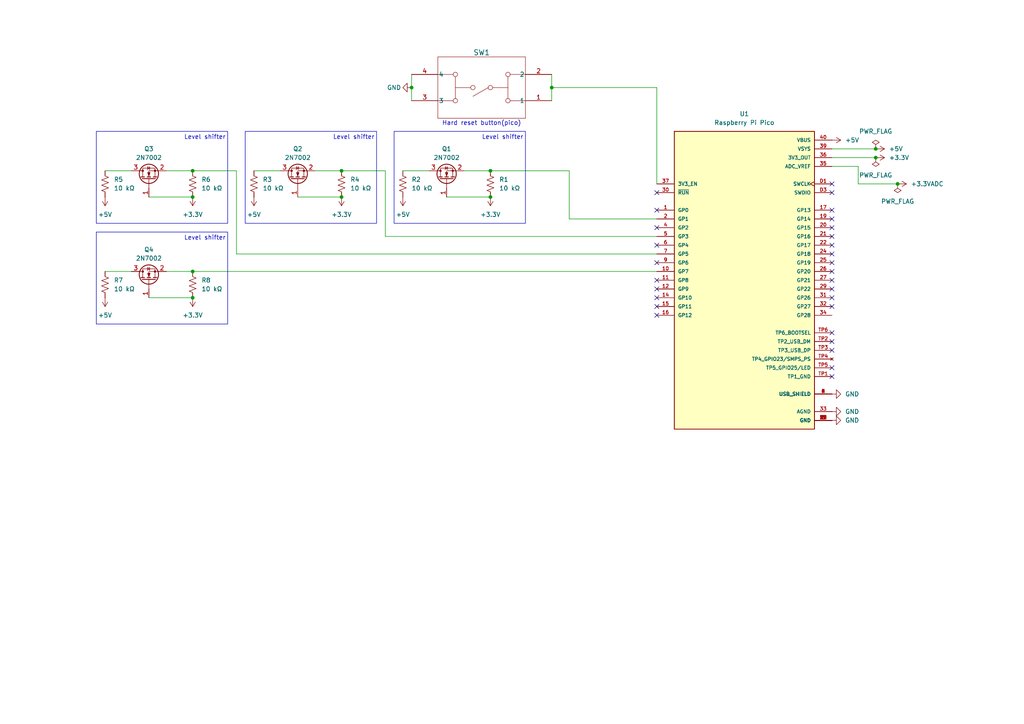
<source format=kicad_sch>
(kicad_sch
	(version 20231120)
	(generator "eeschema")
	(generator_version "8.0")
	(uuid "6db65679-9858-4230-8464-e64081461f90")
	(paper "A4")
	(title_block
		(title "autosampler control board")
		(date "2025-01-21")
		(rev "0.1")
		(company "UW-Madison Chemistry Department Stahl Group")
		(comment 1 "Made by Tom Tan")
	)
	(lib_symbols
		(symbol "Device:R_US"
			(pin_numbers hide)
			(pin_names
				(offset 0)
			)
			(exclude_from_sim no)
			(in_bom yes)
			(on_board yes)
			(property "Reference" "R"
				(at 2.54 0 90)
				(effects
					(font
						(size 1.27 1.27)
					)
				)
			)
			(property "Value" "R_US"
				(at -2.54 0 90)
				(effects
					(font
						(size 1.27 1.27)
					)
				)
			)
			(property "Footprint" ""
				(at 1.016 -0.254 90)
				(effects
					(font
						(size 1.27 1.27)
					)
					(hide yes)
				)
			)
			(property "Datasheet" "~"
				(at 0 0 0)
				(effects
					(font
						(size 1.27 1.27)
					)
					(hide yes)
				)
			)
			(property "Description" "Resistor, US symbol"
				(at 0 0 0)
				(effects
					(font
						(size 1.27 1.27)
					)
					(hide yes)
				)
			)
			(property "ki_keywords" "R res resistor"
				(at 0 0 0)
				(effects
					(font
						(size 1.27 1.27)
					)
					(hide yes)
				)
			)
			(property "ki_fp_filters" "R_*"
				(at 0 0 0)
				(effects
					(font
						(size 1.27 1.27)
					)
					(hide yes)
				)
			)
			(symbol "R_US_0_1"
				(polyline
					(pts
						(xy 0 -2.286) (xy 0 -2.54)
					)
					(stroke
						(width 0)
						(type default)
					)
					(fill
						(type none)
					)
				)
				(polyline
					(pts
						(xy 0 2.286) (xy 0 2.54)
					)
					(stroke
						(width 0)
						(type default)
					)
					(fill
						(type none)
					)
				)
				(polyline
					(pts
						(xy 0 -0.762) (xy 1.016 -1.143) (xy 0 -1.524) (xy -1.016 -1.905) (xy 0 -2.286)
					)
					(stroke
						(width 0)
						(type default)
					)
					(fill
						(type none)
					)
				)
				(polyline
					(pts
						(xy 0 0.762) (xy 1.016 0.381) (xy 0 0) (xy -1.016 -0.381) (xy 0 -0.762)
					)
					(stroke
						(width 0)
						(type default)
					)
					(fill
						(type none)
					)
				)
				(polyline
					(pts
						(xy 0 2.286) (xy 1.016 1.905) (xy 0 1.524) (xy -1.016 1.143) (xy 0 0.762)
					)
					(stroke
						(width 0)
						(type default)
					)
					(fill
						(type none)
					)
				)
			)
			(symbol "R_US_1_1"
				(pin passive line
					(at 0 3.81 270)
					(length 1.27)
					(name "~"
						(effects
							(font
								(size 1.27 1.27)
							)
						)
					)
					(number "1"
						(effects
							(font
								(size 1.27 1.27)
							)
						)
					)
				)
				(pin passive line
					(at 0 -3.81 90)
					(length 1.27)
					(name "~"
						(effects
							(font
								(size 1.27 1.27)
							)
						)
					)
					(number "2"
						(effects
							(font
								(size 1.27 1.27)
							)
						)
					)
				)
			)
		)
		(symbol "SC0915:SC0915"
			(pin_names
				(offset 1.016)
			)
			(exclude_from_sim no)
			(in_bom yes)
			(on_board yes)
			(property "Reference" "U"
				(at -20.32 44.069 0)
				(effects
					(font
						(size 1.27 1.27)
					)
					(justify left bottom)
				)
			)
			(property "Value" "SC0915"
				(at -20.32 -45.72 0)
				(effects
					(font
						(size 1.27 1.27)
					)
					(justify left bottom)
				)
			)
			(property "Footprint" "SC0915:MODULE_SC0915"
				(at 0 0 0)
				(effects
					(font
						(size 1.27 1.27)
					)
					(justify bottom)
					(hide yes)
				)
			)
			(property "Datasheet" ""
				(at 0 0 0)
				(effects
					(font
						(size 1.27 1.27)
					)
					(hide yes)
				)
			)
			(property "Description" ""
				(at 0 0 0)
				(effects
					(font
						(size 1.27 1.27)
					)
					(hide yes)
				)
			)
			(property "MF" "Raspberry Pi"
				(at 0 0 0)
				(effects
					(font
						(size 1.27 1.27)
					)
					(justify bottom)
					(hide yes)
				)
			)
			(property "MAXIMUM_PACKAGE_HEIGHT" "3.73mm"
				(at 0 0 0)
				(effects
					(font
						(size 1.27 1.27)
					)
					(justify bottom)
					(hide yes)
				)
			)
			(property "Package" "None"
				(at 0 0 0)
				(effects
					(font
						(size 1.27 1.27)
					)
					(justify bottom)
					(hide yes)
				)
			)
			(property "Price" "None"
				(at 0 0 0)
				(effects
					(font
						(size 1.27 1.27)
					)
					(justify bottom)
					(hide yes)
				)
			)
			(property "Check_prices" "https://www.snapeda.com/parts/SC0915/Raspberry+Pi/view-part/?ref=eda"
				(at 0 0 0)
				(effects
					(font
						(size 1.27 1.27)
					)
					(justify bottom)
					(hide yes)
				)
			)
			(property "STANDARD" "Manufacturer Recommendations"
				(at 0 0 0)
				(effects
					(font
						(size 1.27 1.27)
					)
					(justify bottom)
					(hide yes)
				)
			)
			(property "PARTREV" "1.6"
				(at 0 0 0)
				(effects
					(font
						(size 1.27 1.27)
					)
					(justify bottom)
					(hide yes)
				)
			)
			(property "SnapEDA_Link" "https://www.snapeda.com/parts/SC0915/Raspberry+Pi/view-part/?ref=snap"
				(at 0 0 0)
				(effects
					(font
						(size 1.27 1.27)
					)
					(justify bottom)
					(hide yes)
				)
			)
			(property "MP" "SC0915"
				(at 0 0 0)
				(effects
					(font
						(size 1.27 1.27)
					)
					(justify bottom)
					(hide yes)
				)
			)
			(property "Purchase-URL" "https://www.snapeda.com/api/url_track_click_mouser/?unipart_id=6331605&manufacturer=Raspberry Pi&part_name=SC0915&search_term=pi pico"
				(at 0 0 0)
				(effects
					(font
						(size 1.27 1.27)
					)
					(justify bottom)
					(hide yes)
				)
			)
			(property "Description_1" "\nRaspberry Pi Pico Embedded Dev Module | Raspberry Pi SC0915\n"
				(at 0 0 0)
				(effects
					(font
						(size 1.27 1.27)
					)
					(justify bottom)
					(hide yes)
				)
			)
			(property "Availability" "In Stock"
				(at 0 0 0)
				(effects
					(font
						(size 1.27 1.27)
					)
					(justify bottom)
					(hide yes)
				)
			)
			(property "MANUFACTURER" "Raspberry Pi"
				(at 0 0 0)
				(effects
					(font
						(size 1.27 1.27)
					)
					(justify bottom)
					(hide yes)
				)
			)
			(symbol "SC0915_0_0"
				(rectangle
					(start -20.32 -43.18)
					(end 20.32 43.18)
					(stroke
						(width 0.254)
						(type default)
					)
					(fill
						(type background)
					)
				)
				(pin bidirectional line
					(at -25.4 20.32 0)
					(length 5.08)
					(name "GP0"
						(effects
							(font
								(size 1.016 1.016)
							)
						)
					)
					(number "1"
						(effects
							(font
								(size 1.016 1.016)
							)
						)
					)
				)
				(pin bidirectional line
					(at -25.4 2.54 0)
					(length 5.08)
					(name "GP7"
						(effects
							(font
								(size 1.016 1.016)
							)
						)
					)
					(number "10"
						(effects
							(font
								(size 1.016 1.016)
							)
						)
					)
				)
				(pin bidirectional line
					(at -25.4 0 0)
					(length 5.08)
					(name "GP8"
						(effects
							(font
								(size 1.016 1.016)
							)
						)
					)
					(number "11"
						(effects
							(font
								(size 1.016 1.016)
							)
						)
					)
				)
				(pin bidirectional line
					(at -25.4 -2.54 0)
					(length 5.08)
					(name "GP9"
						(effects
							(font
								(size 1.016 1.016)
							)
						)
					)
					(number "12"
						(effects
							(font
								(size 1.016 1.016)
							)
						)
					)
				)
				(pin power_in line
					(at 25.4 -40.64 180)
					(length 5.08)
					(name "GND"
						(effects
							(font
								(size 1.016 1.016)
							)
						)
					)
					(number "13"
						(effects
							(font
								(size 1.016 1.016)
							)
						)
					)
				)
				(pin bidirectional line
					(at -25.4 -5.08 0)
					(length 5.08)
					(name "GP10"
						(effects
							(font
								(size 1.016 1.016)
							)
						)
					)
					(number "14"
						(effects
							(font
								(size 1.016 1.016)
							)
						)
					)
				)
				(pin bidirectional line
					(at -25.4 -7.62 0)
					(length 5.08)
					(name "GP11"
						(effects
							(font
								(size 1.016 1.016)
							)
						)
					)
					(number "15"
						(effects
							(font
								(size 1.016 1.016)
							)
						)
					)
				)
				(pin bidirectional line
					(at -25.4 -10.16 0)
					(length 5.08)
					(name "GP12"
						(effects
							(font
								(size 1.016 1.016)
							)
						)
					)
					(number "16"
						(effects
							(font
								(size 1.016 1.016)
							)
						)
					)
				)
				(pin bidirectional line
					(at 25.4 20.32 180)
					(length 5.08)
					(name "GP13"
						(effects
							(font
								(size 1.016 1.016)
							)
						)
					)
					(number "17"
						(effects
							(font
								(size 1.016 1.016)
							)
						)
					)
				)
				(pin power_in line
					(at 25.4 -40.64 180)
					(length 5.08)
					(name "GND"
						(effects
							(font
								(size 1.016 1.016)
							)
						)
					)
					(number "18"
						(effects
							(font
								(size 1.016 1.016)
							)
						)
					)
				)
				(pin bidirectional line
					(at 25.4 17.78 180)
					(length 5.08)
					(name "GP14"
						(effects
							(font
								(size 1.016 1.016)
							)
						)
					)
					(number "19"
						(effects
							(font
								(size 1.016 1.016)
							)
						)
					)
				)
				(pin bidirectional line
					(at -25.4 17.78 0)
					(length 5.08)
					(name "GP1"
						(effects
							(font
								(size 1.016 1.016)
							)
						)
					)
					(number "2"
						(effects
							(font
								(size 1.016 1.016)
							)
						)
					)
				)
				(pin bidirectional line
					(at 25.4 15.24 180)
					(length 5.08)
					(name "GP15"
						(effects
							(font
								(size 1.016 1.016)
							)
						)
					)
					(number "20"
						(effects
							(font
								(size 1.016 1.016)
							)
						)
					)
				)
				(pin bidirectional line
					(at 25.4 12.7 180)
					(length 5.08)
					(name "GP16"
						(effects
							(font
								(size 1.016 1.016)
							)
						)
					)
					(number "21"
						(effects
							(font
								(size 1.016 1.016)
							)
						)
					)
				)
				(pin bidirectional line
					(at 25.4 10.16 180)
					(length 5.08)
					(name "GP17"
						(effects
							(font
								(size 1.016 1.016)
							)
						)
					)
					(number "22"
						(effects
							(font
								(size 1.016 1.016)
							)
						)
					)
				)
				(pin power_in line
					(at 25.4 -40.64 180)
					(length 5.08)
					(name "GND"
						(effects
							(font
								(size 1.016 1.016)
							)
						)
					)
					(number "23"
						(effects
							(font
								(size 1.016 1.016)
							)
						)
					)
				)
				(pin bidirectional line
					(at 25.4 7.62 180)
					(length 5.08)
					(name "GP18"
						(effects
							(font
								(size 1.016 1.016)
							)
						)
					)
					(number "24"
						(effects
							(font
								(size 1.016 1.016)
							)
						)
					)
				)
				(pin bidirectional line
					(at 25.4 5.08 180)
					(length 5.08)
					(name "GP19"
						(effects
							(font
								(size 1.016 1.016)
							)
						)
					)
					(number "25"
						(effects
							(font
								(size 1.016 1.016)
							)
						)
					)
				)
				(pin bidirectional line
					(at 25.4 2.54 180)
					(length 5.08)
					(name "GP20"
						(effects
							(font
								(size 1.016 1.016)
							)
						)
					)
					(number "26"
						(effects
							(font
								(size 1.016 1.016)
							)
						)
					)
				)
				(pin bidirectional line
					(at 25.4 0 180)
					(length 5.08)
					(name "GP21"
						(effects
							(font
								(size 1.016 1.016)
							)
						)
					)
					(number "27"
						(effects
							(font
								(size 1.016 1.016)
							)
						)
					)
				)
				(pin power_in line
					(at 25.4 -40.64 180)
					(length 5.08)
					(name "GND"
						(effects
							(font
								(size 1.016 1.016)
							)
						)
					)
					(number "28"
						(effects
							(font
								(size 1.016 1.016)
							)
						)
					)
				)
				(pin bidirectional line
					(at 25.4 -2.54 180)
					(length 5.08)
					(name "GP22"
						(effects
							(font
								(size 1.016 1.016)
							)
						)
					)
					(number "29"
						(effects
							(font
								(size 1.016 1.016)
							)
						)
					)
				)
				(pin power_in line
					(at 25.4 -40.64 180)
					(length 5.08)
					(name "GND"
						(effects
							(font
								(size 1.016 1.016)
							)
						)
					)
					(number "3"
						(effects
							(font
								(size 1.016 1.016)
							)
						)
					)
				)
				(pin input line
					(at -25.4 25.4 0)
					(length 5.08)
					(name "~{RUN}"
						(effects
							(font
								(size 1.016 1.016)
							)
						)
					)
					(number "30"
						(effects
							(font
								(size 1.016 1.016)
							)
						)
					)
				)
				(pin bidirectional line
					(at 25.4 -5.08 180)
					(length 5.08)
					(name "GP26"
						(effects
							(font
								(size 1.016 1.016)
							)
						)
					)
					(number "31"
						(effects
							(font
								(size 1.016 1.016)
							)
						)
					)
				)
				(pin bidirectional line
					(at 25.4 -7.62 180)
					(length 5.08)
					(name "GP27"
						(effects
							(font
								(size 1.016 1.016)
							)
						)
					)
					(number "32"
						(effects
							(font
								(size 1.016 1.016)
							)
						)
					)
				)
				(pin power_in line
					(at 25.4 -38.1 180)
					(length 5.08)
					(name "AGND"
						(effects
							(font
								(size 1.016 1.016)
							)
						)
					)
					(number "33"
						(effects
							(font
								(size 1.016 1.016)
							)
						)
					)
				)
				(pin bidirectional line
					(at 25.4 -10.16 180)
					(length 5.08)
					(name "GP28"
						(effects
							(font
								(size 1.016 1.016)
							)
						)
					)
					(number "34"
						(effects
							(font
								(size 1.016 1.016)
							)
						)
					)
				)
				(pin power_in line
					(at 25.4 33.02 180)
					(length 5.08)
					(name "ADC_VREF"
						(effects
							(font
								(size 1.016 1.016)
							)
						)
					)
					(number "35"
						(effects
							(font
								(size 1.016 1.016)
							)
						)
					)
				)
				(pin power_in line
					(at 25.4 35.56 180)
					(length 5.08)
					(name "3V3_OUT"
						(effects
							(font
								(size 1.016 1.016)
							)
						)
					)
					(number "36"
						(effects
							(font
								(size 1.016 1.016)
							)
						)
					)
				)
				(pin input line
					(at -25.4 27.94 0)
					(length 5.08)
					(name "3V3_EN"
						(effects
							(font
								(size 1.016 1.016)
							)
						)
					)
					(number "37"
						(effects
							(font
								(size 1.016 1.016)
							)
						)
					)
				)
				(pin power_in line
					(at 25.4 -40.64 180)
					(length 5.08)
					(name "GND"
						(effects
							(font
								(size 1.016 1.016)
							)
						)
					)
					(number "38"
						(effects
							(font
								(size 1.016 1.016)
							)
						)
					)
				)
				(pin power_in line
					(at 25.4 38.1 180)
					(length 5.08)
					(name "VSYS"
						(effects
							(font
								(size 1.016 1.016)
							)
						)
					)
					(number "39"
						(effects
							(font
								(size 1.016 1.016)
							)
						)
					)
				)
				(pin bidirectional line
					(at -25.4 15.24 0)
					(length 5.08)
					(name "GP2"
						(effects
							(font
								(size 1.016 1.016)
							)
						)
					)
					(number "4"
						(effects
							(font
								(size 1.016 1.016)
							)
						)
					)
				)
				(pin power_in line
					(at 25.4 40.64 180)
					(length 5.08)
					(name "VBUS"
						(effects
							(font
								(size 1.016 1.016)
							)
						)
					)
					(number "40"
						(effects
							(font
								(size 1.016 1.016)
							)
						)
					)
				)
				(pin bidirectional line
					(at -25.4 12.7 0)
					(length 5.08)
					(name "GP3"
						(effects
							(font
								(size 1.016 1.016)
							)
						)
					)
					(number "5"
						(effects
							(font
								(size 1.016 1.016)
							)
						)
					)
				)
				(pin bidirectional line
					(at -25.4 10.16 0)
					(length 5.08)
					(name "GP4"
						(effects
							(font
								(size 1.016 1.016)
							)
						)
					)
					(number "6"
						(effects
							(font
								(size 1.016 1.016)
							)
						)
					)
				)
				(pin bidirectional line
					(at -25.4 7.62 0)
					(length 5.08)
					(name "GP5"
						(effects
							(font
								(size 1.016 1.016)
							)
						)
					)
					(number "7"
						(effects
							(font
								(size 1.016 1.016)
							)
						)
					)
				)
				(pin power_in line
					(at 25.4 -40.64 180)
					(length 5.08)
					(name "GND"
						(effects
							(font
								(size 1.016 1.016)
							)
						)
					)
					(number "8"
						(effects
							(font
								(size 1.016 1.016)
							)
						)
					)
				)
				(pin bidirectional line
					(at -25.4 5.08 0)
					(length 5.08)
					(name "GP6"
						(effects
							(font
								(size 1.016 1.016)
							)
						)
					)
					(number "9"
						(effects
							(font
								(size 1.016 1.016)
							)
						)
					)
				)
				(pin power_in line
					(at 25.4 -33.02 180)
					(length 5.08)
					(name "USB_SHIELD"
						(effects
							(font
								(size 1.016 1.016)
							)
						)
					)
					(number "A"
						(effects
							(font
								(size 1.016 1.016)
							)
						)
					)
				)
				(pin power_in line
					(at 25.4 -33.02 180)
					(length 5.08)
					(name "USB_SHIELD"
						(effects
							(font
								(size 1.016 1.016)
							)
						)
					)
					(number "B"
						(effects
							(font
								(size 1.016 1.016)
							)
						)
					)
				)
				(pin power_in line
					(at 25.4 -33.02 180)
					(length 5.08)
					(name "USB_SHIELD"
						(effects
							(font
								(size 1.016 1.016)
							)
						)
					)
					(number "C"
						(effects
							(font
								(size 1.016 1.016)
							)
						)
					)
				)
				(pin power_in line
					(at 25.4 -33.02 180)
					(length 5.08)
					(name "USB_SHIELD"
						(effects
							(font
								(size 1.016 1.016)
							)
						)
					)
					(number "D"
						(effects
							(font
								(size 1.016 1.016)
							)
						)
					)
				)
				(pin input clock
					(at 25.4 27.94 180)
					(length 5.08)
					(name "SWCLK"
						(effects
							(font
								(size 1.016 1.016)
							)
						)
					)
					(number "D1"
						(effects
							(font
								(size 1.016 1.016)
							)
						)
					)
				)
				(pin power_in line
					(at 25.4 -40.64 180)
					(length 5.08)
					(name "GND"
						(effects
							(font
								(size 1.016 1.016)
							)
						)
					)
					(number "D2"
						(effects
							(font
								(size 1.016 1.016)
							)
						)
					)
				)
				(pin bidirectional line
					(at 25.4 25.4 180)
					(length 5.08)
					(name "SWDIO"
						(effects
							(font
								(size 1.016 1.016)
							)
						)
					)
					(number "D3"
						(effects
							(font
								(size 1.016 1.016)
							)
						)
					)
				)
				(pin power_in line
					(at 25.4 -27.94 180)
					(length 5.08)
					(name "TP1_GND"
						(effects
							(font
								(size 1.016 1.016)
							)
						)
					)
					(number "TP1"
						(effects
							(font
								(size 1.016 1.016)
							)
						)
					)
				)
				(pin bidirectional line
					(at 25.4 -17.78 180)
					(length 5.08)
					(name "TP2_USB_DM"
						(effects
							(font
								(size 1.016 1.016)
							)
						)
					)
					(number "TP2"
						(effects
							(font
								(size 1.016 1.016)
							)
						)
					)
				)
				(pin bidirectional line
					(at 25.4 -20.32 180)
					(length 5.08)
					(name "TP3_USB_DP"
						(effects
							(font
								(size 1.016 1.016)
							)
						)
					)
					(number "TP3"
						(effects
							(font
								(size 1.016 1.016)
							)
						)
					)
				)
				(pin no_connect line
					(at 25.4 -22.86 180)
					(length 5.08)
					(name "TP4_GPIO23/SMPS_PS"
						(effects
							(font
								(size 1.016 1.016)
							)
						)
					)
					(number "TP4"
						(effects
							(font
								(size 1.016 1.016)
							)
						)
					)
				)
				(pin output line
					(at 25.4 -25.4 180)
					(length 5.08)
					(name "TP5_GPIO25/LED"
						(effects
							(font
								(size 1.016 1.016)
							)
						)
					)
					(number "TP5"
						(effects
							(font
								(size 1.016 1.016)
							)
						)
					)
				)
				(pin input line
					(at 25.4 -15.24 180)
					(length 5.08)
					(name "TP6_BOOTSEL"
						(effects
							(font
								(size 1.016 1.016)
							)
						)
					)
					(number "TP6"
						(effects
							(font
								(size 1.016 1.016)
							)
						)
					)
				)
			)
		)
		(symbol "TE_3_1825910_5:3-1825910-5"
			(pin_names
				(offset 0.254)
			)
			(exclude_from_sim no)
			(in_bom yes)
			(on_board yes)
			(property "Reference" "SW"
				(at 20.32 10.16 0)
				(effects
					(font
						(size 1.524 1.524)
					)
				)
			)
			(property "Value" "3-1825910-5"
				(at 20.32 7.62 0)
				(effects
					(font
						(size 1.524 1.524)
					)
				)
			)
			(property "Footprint" "SW4_1825910-I_TEC"
				(at 0 0 0)
				(effects
					(font
						(size 1.27 1.27)
						(italic yes)
					)
					(hide yes)
				)
			)
			(property "Datasheet" "3-1825910-5"
				(at 0 0 0)
				(effects
					(font
						(size 1.27 1.27)
						(italic yes)
					)
					(hide yes)
				)
			)
			(property "Description" ""
				(at 0 0 0)
				(effects
					(font
						(size 1.27 1.27)
					)
					(hide yes)
				)
			)
			(property "ki_locked" ""
				(at 0 0 0)
				(effects
					(font
						(size 1.27 1.27)
					)
				)
			)
			(property "ki_keywords" "3-1825910-5"
				(at 0 0 0)
				(effects
					(font
						(size 1.27 1.27)
					)
					(hide yes)
				)
			)
			(property "ki_fp_filters" "SW4_1825910-I_TEC"
				(at 0 0 0)
				(effects
					(font
						(size 1.27 1.27)
					)
					(hide yes)
				)
			)
			(symbol "3-1825910-5_0_1"
				(polyline
					(pts
						(xy 7.62 -12.7) (xy 33.02 -12.7)
					)
					(stroke
						(width 0.127)
						(type default)
					)
					(fill
						(type none)
					)
				)
				(polyline
					(pts
						(xy 7.62 -7.62) (xy 12.065 -7.62)
					)
					(stroke
						(width 0.127)
						(type default)
					)
					(fill
						(type none)
					)
				)
				(polyline
					(pts
						(xy 7.62 0) (xy 12.065 0)
					)
					(stroke
						(width 0.127)
						(type default)
					)
					(fill
						(type none)
					)
				)
				(polyline
					(pts
						(xy 7.62 5.08) (xy 7.62 -12.7)
					)
					(stroke
						(width 0.127)
						(type default)
					)
					(fill
						(type none)
					)
				)
				(polyline
					(pts
						(xy 12.7 -3.81) (xy 17.145 -3.81)
					)
					(stroke
						(width 0.127)
						(type default)
					)
					(fill
						(type none)
					)
				)
				(polyline
					(pts
						(xy 12.7 -0.635) (xy 12.7 -6.985)
					)
					(stroke
						(width 0.127)
						(type default)
					)
					(fill
						(type none)
					)
				)
				(polyline
					(pts
						(xy 18.415 -3.81) (xy 22.86 -1.27)
					)
					(stroke
						(width 0.127)
						(type default)
					)
					(fill
						(type none)
					)
				)
				(polyline
					(pts
						(xy 27.94 -3.81) (xy 23.495 -3.81)
					)
					(stroke
						(width 0.127)
						(type default)
					)
					(fill
						(type none)
					)
				)
				(polyline
					(pts
						(xy 27.94 -0.635) (xy 27.94 -6.985)
					)
					(stroke
						(width 0.127)
						(type default)
					)
					(fill
						(type none)
					)
				)
				(polyline
					(pts
						(xy 33.02 -12.7) (xy 33.02 5.08)
					)
					(stroke
						(width 0.127)
						(type default)
					)
					(fill
						(type none)
					)
				)
				(polyline
					(pts
						(xy 33.02 -7.62) (xy 28.575 -7.62)
					)
					(stroke
						(width 0.127)
						(type default)
					)
					(fill
						(type none)
					)
				)
				(polyline
					(pts
						(xy 33.02 0) (xy 28.575 0)
					)
					(stroke
						(width 0.127)
						(type default)
					)
					(fill
						(type none)
					)
				)
				(polyline
					(pts
						(xy 33.02 5.08) (xy 7.62 5.08)
					)
					(stroke
						(width 0.127)
						(type default)
					)
					(fill
						(type none)
					)
				)
				(circle
					(center 12.7 -7.62)
					(radius 0.635)
					(stroke
						(width 0.127)
						(type default)
					)
					(fill
						(type none)
					)
				)
				(circle
					(center 12.7 0)
					(radius 0.635)
					(stroke
						(width 0.127)
						(type default)
					)
					(fill
						(type none)
					)
				)
				(circle
					(center 17.78 -3.81)
					(radius 0.635)
					(stroke
						(width 0.127)
						(type default)
					)
					(fill
						(type none)
					)
				)
				(circle
					(center 22.86 -3.81)
					(radius 0.635)
					(stroke
						(width 0.127)
						(type default)
					)
					(fill
						(type none)
					)
				)
				(circle
					(center 27.94 -7.62)
					(radius 0.635)
					(stroke
						(width 0.127)
						(type default)
					)
					(fill
						(type none)
					)
				)
				(circle
					(center 27.94 0)
					(radius 0.635)
					(stroke
						(width 0.127)
						(type default)
					)
					(fill
						(type none)
					)
				)
				(pin unspecified line
					(at 0 0 0)
					(length 7.62)
					(name "1"
						(effects
							(font
								(size 1.27 1.27)
							)
						)
					)
					(number "1"
						(effects
							(font
								(size 1.27 1.27)
							)
						)
					)
				)
				(pin unspecified line
					(at 0 -7.62 0)
					(length 7.62)
					(name "2"
						(effects
							(font
								(size 1.27 1.27)
							)
						)
					)
					(number "2"
						(effects
							(font
								(size 1.27 1.27)
							)
						)
					)
				)
				(pin unspecified line
					(at 40.64 0 180)
					(length 7.62)
					(name "3"
						(effects
							(font
								(size 1.27 1.27)
							)
						)
					)
					(number "3"
						(effects
							(font
								(size 1.27 1.27)
							)
						)
					)
				)
				(pin unspecified line
					(at 40.64 -7.62 180)
					(length 7.62)
					(name "4"
						(effects
							(font
								(size 1.27 1.27)
							)
						)
					)
					(number "4"
						(effects
							(font
								(size 1.27 1.27)
							)
						)
					)
				)
			)
		)
		(symbol "Transistor_FET:2N7002"
			(pin_names hide)
			(exclude_from_sim no)
			(in_bom yes)
			(on_board yes)
			(property "Reference" "Q"
				(at 5.08 1.905 0)
				(effects
					(font
						(size 1.27 1.27)
					)
					(justify left)
				)
			)
			(property "Value" "2N7002"
				(at 5.08 0 0)
				(effects
					(font
						(size 1.27 1.27)
					)
					(justify left)
				)
			)
			(property "Footprint" "Package_TO_SOT_SMD:SOT-23"
				(at 5.08 -1.905 0)
				(effects
					(font
						(size 1.27 1.27)
						(italic yes)
					)
					(justify left)
					(hide yes)
				)
			)
			(property "Datasheet" "https://www.onsemi.com/pub/Collateral/NDS7002A-D.PDF"
				(at 5.08 -3.81 0)
				(effects
					(font
						(size 1.27 1.27)
					)
					(justify left)
					(hide yes)
				)
			)
			(property "Description" "0.115A Id, 60V Vds, N-Channel MOSFET, SOT-23"
				(at 0 0 0)
				(effects
					(font
						(size 1.27 1.27)
					)
					(hide yes)
				)
			)
			(property "ki_keywords" "N-Channel Switching MOSFET"
				(at 0 0 0)
				(effects
					(font
						(size 1.27 1.27)
					)
					(hide yes)
				)
			)
			(property "ki_fp_filters" "SOT?23*"
				(at 0 0 0)
				(effects
					(font
						(size 1.27 1.27)
					)
					(hide yes)
				)
			)
			(symbol "2N7002_0_1"
				(polyline
					(pts
						(xy 0.254 0) (xy -2.54 0)
					)
					(stroke
						(width 0)
						(type default)
					)
					(fill
						(type none)
					)
				)
				(polyline
					(pts
						(xy 0.254 1.905) (xy 0.254 -1.905)
					)
					(stroke
						(width 0.254)
						(type default)
					)
					(fill
						(type none)
					)
				)
				(polyline
					(pts
						(xy 0.762 -1.27) (xy 0.762 -2.286)
					)
					(stroke
						(width 0.254)
						(type default)
					)
					(fill
						(type none)
					)
				)
				(polyline
					(pts
						(xy 0.762 0.508) (xy 0.762 -0.508)
					)
					(stroke
						(width 0.254)
						(type default)
					)
					(fill
						(type none)
					)
				)
				(polyline
					(pts
						(xy 0.762 2.286) (xy 0.762 1.27)
					)
					(stroke
						(width 0.254)
						(type default)
					)
					(fill
						(type none)
					)
				)
				(polyline
					(pts
						(xy 2.54 2.54) (xy 2.54 1.778)
					)
					(stroke
						(width 0)
						(type default)
					)
					(fill
						(type none)
					)
				)
				(polyline
					(pts
						(xy 2.54 -2.54) (xy 2.54 0) (xy 0.762 0)
					)
					(stroke
						(width 0)
						(type default)
					)
					(fill
						(type none)
					)
				)
				(polyline
					(pts
						(xy 0.762 -1.778) (xy 3.302 -1.778) (xy 3.302 1.778) (xy 0.762 1.778)
					)
					(stroke
						(width 0)
						(type default)
					)
					(fill
						(type none)
					)
				)
				(polyline
					(pts
						(xy 1.016 0) (xy 2.032 0.381) (xy 2.032 -0.381) (xy 1.016 0)
					)
					(stroke
						(width 0)
						(type default)
					)
					(fill
						(type outline)
					)
				)
				(polyline
					(pts
						(xy 2.794 0.508) (xy 2.921 0.381) (xy 3.683 0.381) (xy 3.81 0.254)
					)
					(stroke
						(width 0)
						(type default)
					)
					(fill
						(type none)
					)
				)
				(polyline
					(pts
						(xy 3.302 0.381) (xy 2.921 -0.254) (xy 3.683 -0.254) (xy 3.302 0.381)
					)
					(stroke
						(width 0)
						(type default)
					)
					(fill
						(type none)
					)
				)
				(circle
					(center 1.651 0)
					(radius 2.794)
					(stroke
						(width 0.254)
						(type default)
					)
					(fill
						(type none)
					)
				)
				(circle
					(center 2.54 -1.778)
					(radius 0.254)
					(stroke
						(width 0)
						(type default)
					)
					(fill
						(type outline)
					)
				)
				(circle
					(center 2.54 1.778)
					(radius 0.254)
					(stroke
						(width 0)
						(type default)
					)
					(fill
						(type outline)
					)
				)
			)
			(symbol "2N7002_1_1"
				(pin input line
					(at -5.08 0 0)
					(length 2.54)
					(name "G"
						(effects
							(font
								(size 1.27 1.27)
							)
						)
					)
					(number "1"
						(effects
							(font
								(size 1.27 1.27)
							)
						)
					)
				)
				(pin passive line
					(at 2.54 -5.08 90)
					(length 2.54)
					(name "S"
						(effects
							(font
								(size 1.27 1.27)
							)
						)
					)
					(number "2"
						(effects
							(font
								(size 1.27 1.27)
							)
						)
					)
				)
				(pin passive line
					(at 2.54 5.08 270)
					(length 2.54)
					(name "D"
						(effects
							(font
								(size 1.27 1.27)
							)
						)
					)
					(number "3"
						(effects
							(font
								(size 1.27 1.27)
							)
						)
					)
				)
			)
		)
		(symbol "power:+3.3V"
			(power)
			(pin_numbers hide)
			(pin_names
				(offset 0) hide)
			(exclude_from_sim no)
			(in_bom yes)
			(on_board yes)
			(property "Reference" "#PWR"
				(at 0 -3.81 0)
				(effects
					(font
						(size 1.27 1.27)
					)
					(hide yes)
				)
			)
			(property "Value" "+3.3V"
				(at 0 3.556 0)
				(effects
					(font
						(size 1.27 1.27)
					)
				)
			)
			(property "Footprint" ""
				(at 0 0 0)
				(effects
					(font
						(size 1.27 1.27)
					)
					(hide yes)
				)
			)
			(property "Datasheet" ""
				(at 0 0 0)
				(effects
					(font
						(size 1.27 1.27)
					)
					(hide yes)
				)
			)
			(property "Description" "Power symbol creates a global label with name \"+3.3V\""
				(at 0 0 0)
				(effects
					(font
						(size 1.27 1.27)
					)
					(hide yes)
				)
			)
			(property "ki_keywords" "global power"
				(at 0 0 0)
				(effects
					(font
						(size 1.27 1.27)
					)
					(hide yes)
				)
			)
			(symbol "+3.3V_0_1"
				(polyline
					(pts
						(xy -0.762 1.27) (xy 0 2.54)
					)
					(stroke
						(width 0)
						(type default)
					)
					(fill
						(type none)
					)
				)
				(polyline
					(pts
						(xy 0 0) (xy 0 2.54)
					)
					(stroke
						(width 0)
						(type default)
					)
					(fill
						(type none)
					)
				)
				(polyline
					(pts
						(xy 0 2.54) (xy 0.762 1.27)
					)
					(stroke
						(width 0)
						(type default)
					)
					(fill
						(type none)
					)
				)
			)
			(symbol "+3.3V_1_1"
				(pin power_in line
					(at 0 0 90)
					(length 0)
					(name "~"
						(effects
							(font
								(size 1.27 1.27)
							)
						)
					)
					(number "1"
						(effects
							(font
								(size 1.27 1.27)
							)
						)
					)
				)
			)
		)
		(symbol "power:+3.3VADC"
			(power)
			(pin_numbers hide)
			(pin_names
				(offset 0) hide)
			(exclude_from_sim no)
			(in_bom yes)
			(on_board yes)
			(property "Reference" "#PWR"
				(at 3.81 -1.27 0)
				(effects
					(font
						(size 1.27 1.27)
					)
					(hide yes)
				)
			)
			(property "Value" "+3.3VADC"
				(at 0 3.556 0)
				(effects
					(font
						(size 1.27 1.27)
					)
				)
			)
			(property "Footprint" ""
				(at 0 0 0)
				(effects
					(font
						(size 1.27 1.27)
					)
					(hide yes)
				)
			)
			(property "Datasheet" ""
				(at 0 0 0)
				(effects
					(font
						(size 1.27 1.27)
					)
					(hide yes)
				)
			)
			(property "Description" "Power symbol creates a global label with name \"+3.3VADC\""
				(at 0 0 0)
				(effects
					(font
						(size 1.27 1.27)
					)
					(hide yes)
				)
			)
			(property "ki_keywords" "global power"
				(at 0 0 0)
				(effects
					(font
						(size 1.27 1.27)
					)
					(hide yes)
				)
			)
			(symbol "+3.3VADC_0_0"
				(pin power_in line
					(at 0 0 90)
					(length 0)
					(name "~"
						(effects
							(font
								(size 1.27 1.27)
							)
						)
					)
					(number "1"
						(effects
							(font
								(size 1.27 1.27)
							)
						)
					)
				)
			)
			(symbol "+3.3VADC_0_1"
				(polyline
					(pts
						(xy -0.762 1.27) (xy 0 2.54)
					)
					(stroke
						(width 0)
						(type default)
					)
					(fill
						(type none)
					)
				)
				(polyline
					(pts
						(xy 0 0) (xy 0 2.54)
					)
					(stroke
						(width 0)
						(type default)
					)
					(fill
						(type none)
					)
				)
				(polyline
					(pts
						(xy 0 2.54) (xy 0.762 1.27)
					)
					(stroke
						(width 0)
						(type default)
					)
					(fill
						(type none)
					)
				)
			)
		)
		(symbol "power:+5V"
			(power)
			(pin_numbers hide)
			(pin_names
				(offset 0) hide)
			(exclude_from_sim no)
			(in_bom yes)
			(on_board yes)
			(property "Reference" "#PWR"
				(at 0 -3.81 0)
				(effects
					(font
						(size 1.27 1.27)
					)
					(hide yes)
				)
			)
			(property "Value" "+5V"
				(at 0 3.556 0)
				(effects
					(font
						(size 1.27 1.27)
					)
				)
			)
			(property "Footprint" ""
				(at 0 0 0)
				(effects
					(font
						(size 1.27 1.27)
					)
					(hide yes)
				)
			)
			(property "Datasheet" ""
				(at 0 0 0)
				(effects
					(font
						(size 1.27 1.27)
					)
					(hide yes)
				)
			)
			(property "Description" "Power symbol creates a global label with name \"+5V\""
				(at 0 0 0)
				(effects
					(font
						(size 1.27 1.27)
					)
					(hide yes)
				)
			)
			(property "ki_keywords" "global power"
				(at 0 0 0)
				(effects
					(font
						(size 1.27 1.27)
					)
					(hide yes)
				)
			)
			(symbol "+5V_0_1"
				(polyline
					(pts
						(xy -0.762 1.27) (xy 0 2.54)
					)
					(stroke
						(width 0)
						(type default)
					)
					(fill
						(type none)
					)
				)
				(polyline
					(pts
						(xy 0 0) (xy 0 2.54)
					)
					(stroke
						(width 0)
						(type default)
					)
					(fill
						(type none)
					)
				)
				(polyline
					(pts
						(xy 0 2.54) (xy 0.762 1.27)
					)
					(stroke
						(width 0)
						(type default)
					)
					(fill
						(type none)
					)
				)
			)
			(symbol "+5V_1_1"
				(pin power_in line
					(at 0 0 90)
					(length 0)
					(name "~"
						(effects
							(font
								(size 1.27 1.27)
							)
						)
					)
					(number "1"
						(effects
							(font
								(size 1.27 1.27)
							)
						)
					)
				)
			)
		)
		(symbol "power:GND"
			(power)
			(pin_numbers hide)
			(pin_names
				(offset 0) hide)
			(exclude_from_sim no)
			(in_bom yes)
			(on_board yes)
			(property "Reference" "#PWR"
				(at 0 -6.35 0)
				(effects
					(font
						(size 1.27 1.27)
					)
					(hide yes)
				)
			)
			(property "Value" "GND"
				(at 0 -3.81 0)
				(effects
					(font
						(size 1.27 1.27)
					)
				)
			)
			(property "Footprint" ""
				(at 0 0 0)
				(effects
					(font
						(size 1.27 1.27)
					)
					(hide yes)
				)
			)
			(property "Datasheet" ""
				(at 0 0 0)
				(effects
					(font
						(size 1.27 1.27)
					)
					(hide yes)
				)
			)
			(property "Description" "Power symbol creates a global label with name \"GND\" , ground"
				(at 0 0 0)
				(effects
					(font
						(size 1.27 1.27)
					)
					(hide yes)
				)
			)
			(property "ki_keywords" "global power"
				(at 0 0 0)
				(effects
					(font
						(size 1.27 1.27)
					)
					(hide yes)
				)
			)
			(symbol "GND_0_1"
				(polyline
					(pts
						(xy 0 0) (xy 0 -1.27) (xy 1.27 -1.27) (xy 0 -2.54) (xy -1.27 -1.27) (xy 0 -1.27)
					)
					(stroke
						(width 0)
						(type default)
					)
					(fill
						(type none)
					)
				)
			)
			(symbol "GND_1_1"
				(pin power_in line
					(at 0 0 270)
					(length 0)
					(name "~"
						(effects
							(font
								(size 1.27 1.27)
							)
						)
					)
					(number "1"
						(effects
							(font
								(size 1.27 1.27)
							)
						)
					)
				)
			)
		)
		(symbol "power:PWR_FLAG"
			(power)
			(pin_numbers hide)
			(pin_names
				(offset 0) hide)
			(exclude_from_sim no)
			(in_bom yes)
			(on_board yes)
			(property "Reference" "#FLG"
				(at 0 1.905 0)
				(effects
					(font
						(size 1.27 1.27)
					)
					(hide yes)
				)
			)
			(property "Value" "PWR_FLAG"
				(at 0 3.81 0)
				(effects
					(font
						(size 1.27 1.27)
					)
				)
			)
			(property "Footprint" ""
				(at 0 0 0)
				(effects
					(font
						(size 1.27 1.27)
					)
					(hide yes)
				)
			)
			(property "Datasheet" "~"
				(at 0 0 0)
				(effects
					(font
						(size 1.27 1.27)
					)
					(hide yes)
				)
			)
			(property "Description" "Special symbol for telling ERC where power comes from"
				(at 0 0 0)
				(effects
					(font
						(size 1.27 1.27)
					)
					(hide yes)
				)
			)
			(property "ki_keywords" "flag power"
				(at 0 0 0)
				(effects
					(font
						(size 1.27 1.27)
					)
					(hide yes)
				)
			)
			(symbol "PWR_FLAG_0_0"
				(pin power_out line
					(at 0 0 90)
					(length 0)
					(name "~"
						(effects
							(font
								(size 1.27 1.27)
							)
						)
					)
					(number "1"
						(effects
							(font
								(size 1.27 1.27)
							)
						)
					)
				)
			)
			(symbol "PWR_FLAG_0_1"
				(polyline
					(pts
						(xy 0 0) (xy 0 1.27) (xy -1.016 1.905) (xy 0 2.54) (xy 1.016 1.905) (xy 0 1.27)
					)
					(stroke
						(width 0)
						(type default)
					)
					(fill
						(type none)
					)
				)
			)
		)
	)
	(junction
		(at 142.24 57.15)
		(diameter 0)
		(color 0 0 0 0)
		(uuid "0a0ed5ed-69e0-42fb-9fce-3f07a93ccf43")
	)
	(junction
		(at 55.88 86.36)
		(diameter 0)
		(color 0 0 0 0)
		(uuid "4adf508d-18dd-4bcf-be02-bbd7bc6aaa8d")
	)
	(junction
		(at 99.06 57.15)
		(diameter 0)
		(color 0 0 0 0)
		(uuid "56412de2-8a48-4489-94f1-c0a198e8ae8d")
	)
	(junction
		(at 99.06 49.53)
		(diameter 0)
		(color 0 0 0 0)
		(uuid "5cf4ff50-eb36-458e-8989-32646bfb64b0")
	)
	(junction
		(at 55.88 49.53)
		(diameter 0)
		(color 0 0 0 0)
		(uuid "63e8040b-2f59-49fa-bb59-c4b14f1b9372")
	)
	(junction
		(at 254 45.72)
		(diameter 0)
		(color 0 0 0 0)
		(uuid "70125749-4494-4260-bb5f-5d62187311b2")
	)
	(junction
		(at 260.35 53.34)
		(diameter 0)
		(color 0 0 0 0)
		(uuid "7b7cd52d-33e0-4a98-ae5e-63d5f844149e")
	)
	(junction
		(at 160.02 25.4)
		(diameter 0)
		(color 0 0 0 0)
		(uuid "8ecbde20-9042-4f55-af6c-3dbaabf632a0")
	)
	(junction
		(at 142.24 49.53)
		(diameter 0)
		(color 0 0 0 0)
		(uuid "a5e6a697-9a98-42c3-b92b-e3e1be8f6fc2")
	)
	(junction
		(at 55.88 57.15)
		(diameter 0)
		(color 0 0 0 0)
		(uuid "ae165d4f-e753-4195-a776-f04184cb2823")
	)
	(junction
		(at 119.38 25.4)
		(diameter 0)
		(color 0 0 0 0)
		(uuid "c4344612-3b6f-4bc5-b19b-ff9553f69d2e")
	)
	(junction
		(at 254 43.18)
		(diameter 0)
		(color 0 0 0 0)
		(uuid "d6813ab3-e5c4-4647-a475-4b90009f711e")
	)
	(junction
		(at 55.88 78.74)
		(diameter 0)
		(color 0 0 0 0)
		(uuid "ee807c93-9797-4c17-b240-11cd576aa507")
	)
	(no_connect
		(at 190.5 86.36)
		(uuid "07de1776-8866-410a-bd23-9c38756542e2")
	)
	(no_connect
		(at 190.5 60.96)
		(uuid "07dfdf78-4c20-42d0-addc-38f80cf2be57")
	)
	(no_connect
		(at 241.3 81.28)
		(uuid "0a062401-1668-4b6a-a190-d46c025847aa")
	)
	(no_connect
		(at 241.3 60.96)
		(uuid "0c12b74d-f7b0-405d-bd89-aae8b6460111")
	)
	(no_connect
		(at 190.5 81.28)
		(uuid "1b7bb972-8e80-43d1-9994-bf256b465a4b")
	)
	(no_connect
		(at 241.3 78.74)
		(uuid "27264a99-0f67-48d9-8508-b5405d8d5053")
	)
	(no_connect
		(at 241.3 96.52)
		(uuid "2ed913ad-f9c8-402b-a59c-356bdd6e1337")
	)
	(no_connect
		(at 190.5 88.9)
		(uuid "362c1736-0965-429c-8301-d9e75fd2478b")
	)
	(no_connect
		(at 241.3 53.34)
		(uuid "48ede242-8b1a-47c8-a084-4a15842e2b93")
	)
	(no_connect
		(at 190.5 76.2)
		(uuid "53869561-f5b3-4aff-be40-aca7b7d7c0d2")
	)
	(no_connect
		(at 190.5 66.04)
		(uuid "563bb582-adb7-45f3-a3d4-db2c456aa79d")
	)
	(no_connect
		(at 241.3 106.68)
		(uuid "56eb3b34-ffec-4731-8c5d-6feefc217eea")
	)
	(no_connect
		(at 190.5 55.88)
		(uuid "56fca6ec-093a-4959-afed-0243328b4ecc")
	)
	(no_connect
		(at 241.3 76.2)
		(uuid "6edd695d-a499-499e-9465-029a1a6cf063")
	)
	(no_connect
		(at 241.3 63.5)
		(uuid "6f18bc13-05cb-4595-86f8-4701fa57c927")
	)
	(no_connect
		(at 241.3 68.58)
		(uuid "7381ff4a-2114-4f18-b5e6-09fc86c56110")
	)
	(no_connect
		(at 241.3 55.88)
		(uuid "81792df6-fa84-4bcc-a5d6-9842317e64eb")
	)
	(no_connect
		(at 241.3 109.22)
		(uuid "821c1a34-d615-4510-8bb0-bd6c46b77264")
	)
	(no_connect
		(at 241.3 99.06)
		(uuid "8461ac64-1bd3-433a-ad72-e51dce1e2970")
	)
	(no_connect
		(at 241.3 86.36)
		(uuid "8e2301bc-7e85-4ed7-b268-d344acf0387b")
	)
	(no_connect
		(at 190.5 71.12)
		(uuid "8f84853c-41ab-48be-bbc2-a02f0ac9cbe9")
	)
	(no_connect
		(at 241.3 71.12)
		(uuid "9945870f-9f20-45ca-9903-cd51933dfbd7")
	)
	(no_connect
		(at 241.3 83.82)
		(uuid "9b1ed4a5-ba59-404a-a9e4-4495047feb39")
	)
	(no_connect
		(at 241.3 73.66)
		(uuid "9c344dc4-efd7-4692-a04a-b160db522872")
	)
	(no_connect
		(at 241.3 88.9)
		(uuid "a6a4173b-84a7-4c81-bbbe-fdf7fd8427c0")
	)
	(no_connect
		(at 190.5 91.44)
		(uuid "af332e5f-3573-442b-b9ec-94acd520113d")
	)
	(no_connect
		(at 241.3 101.6)
		(uuid "df66d403-ab88-44a3-99b8-67129a843e61")
	)
	(no_connect
		(at 241.3 66.04)
		(uuid "e4b41a51-83e9-4f26-82d4-f4c241e5d5c7")
	)
	(no_connect
		(at 190.5 83.82)
		(uuid "f1bc1268-5d71-40e6-ac91-25717a02d7f4")
	)
	(wire
		(pts
			(xy 43.18 57.15) (xy 55.88 57.15)
		)
		(stroke
			(width 0)
			(type default)
		)
		(uuid "030b9b97-f22e-47a7-ac36-e424173effae")
	)
	(wire
		(pts
			(xy 86.36 57.15) (xy 99.06 57.15)
		)
		(stroke
			(width 0)
			(type default)
		)
		(uuid "09902ee1-cba6-40b6-94e5-7eb7ae23a7c5")
	)
	(wire
		(pts
			(xy 119.38 21.59) (xy 119.38 25.4)
		)
		(stroke
			(width 0)
			(type default)
		)
		(uuid "0da5d776-ddee-465b-bc94-ff77ec1c7258")
	)
	(wire
		(pts
			(xy 254 45.72) (xy 241.3 45.72)
		)
		(stroke
			(width 0)
			(type default)
		)
		(uuid "2d658a2f-62df-46fb-9d9f-903358e4159c")
	)
	(wire
		(pts
			(xy 248.92 48.26) (xy 241.3 48.26)
		)
		(stroke
			(width 0)
			(type default)
		)
		(uuid "355ecb20-b6cf-4269-9219-4d87fdb7f8ac")
	)
	(wire
		(pts
			(xy 43.18 86.36) (xy 55.88 86.36)
		)
		(stroke
			(width 0)
			(type default)
		)
		(uuid "3a60194e-435f-4b17-b4a4-a755e7564ae4")
	)
	(wire
		(pts
			(xy 48.26 78.74) (xy 55.88 78.74)
		)
		(stroke
			(width 0)
			(type default)
		)
		(uuid "4302ac2b-5b4b-43e2-8d6e-ccd4dcba5c84")
	)
	(wire
		(pts
			(xy 190.5 73.66) (xy 68.58 73.66)
		)
		(stroke
			(width 0)
			(type default)
		)
		(uuid "4507c031-a5dd-4a61-8bb8-de7527bd6545")
	)
	(wire
		(pts
			(xy 116.84 49.53) (xy 124.46 49.53)
		)
		(stroke
			(width 0)
			(type default)
		)
		(uuid "49d22a04-4503-481e-878e-e2e5fe1d8e46")
	)
	(wire
		(pts
			(xy 254 43.18) (xy 241.3 43.18)
		)
		(stroke
			(width 0)
			(type default)
		)
		(uuid "4eba5093-307f-4148-8020-afce1473bacb")
	)
	(wire
		(pts
			(xy 111.76 49.53) (xy 99.06 49.53)
		)
		(stroke
			(width 0)
			(type default)
		)
		(uuid "5b060eec-ccff-4911-a4c3-76ae6deaf082")
	)
	(wire
		(pts
			(xy 260.35 53.34) (xy 248.92 53.34)
		)
		(stroke
			(width 0)
			(type default)
		)
		(uuid "5bc3bb88-6bae-4592-96fb-701e0ccfb661")
	)
	(wire
		(pts
			(xy 91.44 49.53) (xy 99.06 49.53)
		)
		(stroke
			(width 0)
			(type default)
		)
		(uuid "6a675da3-543f-4eba-b314-153f21609943")
	)
	(wire
		(pts
			(xy 165.1 49.53) (xy 165.1 63.5)
		)
		(stroke
			(width 0)
			(type default)
		)
		(uuid "6d5eab3c-87cb-4b49-b41b-0d5c7874eb14")
	)
	(wire
		(pts
			(xy 68.58 73.66) (xy 68.58 49.53)
		)
		(stroke
			(width 0)
			(type default)
		)
		(uuid "70cadee8-6f52-44ad-985a-8f6e828ff07c")
	)
	(wire
		(pts
			(xy 111.76 49.53) (xy 111.76 68.58)
		)
		(stroke
			(width 0)
			(type default)
		)
		(uuid "7600429d-da50-4e3c-b147-f8668d8b89f8")
	)
	(wire
		(pts
			(xy 160.02 21.59) (xy 160.02 25.4)
		)
		(stroke
			(width 0)
			(type default)
		)
		(uuid "acc5e604-3e47-464b-9b12-df7d7d80c80c")
	)
	(wire
		(pts
			(xy 55.88 78.74) (xy 190.5 78.74)
		)
		(stroke
			(width 0)
			(type default)
		)
		(uuid "b6f21a64-b3b5-4b95-9a8f-9609ea4cbc83")
	)
	(wire
		(pts
			(xy 142.24 49.53) (xy 165.1 49.53)
		)
		(stroke
			(width 0)
			(type default)
		)
		(uuid "bed64cbd-bbaf-4475-af8f-4da34fdeec52")
	)
	(wire
		(pts
			(xy 129.54 57.15) (xy 142.24 57.15)
		)
		(stroke
			(width 0)
			(type default)
		)
		(uuid "c00d31a8-7441-42a8-9dd5-5fd5382cfb43")
	)
	(wire
		(pts
			(xy 119.38 25.4) (xy 119.38 29.21)
		)
		(stroke
			(width 0)
			(type default)
		)
		(uuid "c3f4f719-5b54-4a0f-a89a-7f542c290c66")
	)
	(wire
		(pts
			(xy 248.92 53.34) (xy 248.92 48.26)
		)
		(stroke
			(width 0)
			(type default)
		)
		(uuid "cb2502df-dd1e-497d-99ea-432b3ff43512")
	)
	(wire
		(pts
			(xy 30.48 49.53) (xy 38.1 49.53)
		)
		(stroke
			(width 0)
			(type default)
		)
		(uuid "cc885dca-d3ee-4dbc-86e7-5308e4542393")
	)
	(wire
		(pts
			(xy 68.58 49.53) (xy 55.88 49.53)
		)
		(stroke
			(width 0)
			(type default)
		)
		(uuid "d6ebe59f-4753-41ed-9535-8c953d900db3")
	)
	(wire
		(pts
			(xy 134.62 49.53) (xy 142.24 49.53)
		)
		(stroke
			(width 0)
			(type default)
		)
		(uuid "d80d2bdb-451c-49aa-91b3-ca1647c8af94")
	)
	(wire
		(pts
			(xy 190.5 68.58) (xy 111.76 68.58)
		)
		(stroke
			(width 0)
			(type default)
		)
		(uuid "dbd84a69-271f-418d-8a7d-381881647e57")
	)
	(wire
		(pts
			(xy 73.66 49.53) (xy 81.28 49.53)
		)
		(stroke
			(width 0)
			(type default)
		)
		(uuid "de3ea4e3-797a-40e7-b230-fc9e215cacd0")
	)
	(wire
		(pts
			(xy 48.26 49.53) (xy 55.88 49.53)
		)
		(stroke
			(width 0)
			(type default)
		)
		(uuid "eb44c652-0ab8-4754-be7a-da881632c418")
	)
	(wire
		(pts
			(xy 160.02 25.4) (xy 190.5 25.4)
		)
		(stroke
			(width 0)
			(type default)
		)
		(uuid "efdcc752-6944-40f3-a827-3608792ef220")
	)
	(wire
		(pts
			(xy 30.48 78.74) (xy 38.1 78.74)
		)
		(stroke
			(width 0)
			(type default)
		)
		(uuid "f3bc203a-08da-44b3-8a13-a7d72b710199")
	)
	(wire
		(pts
			(xy 160.02 25.4) (xy 160.02 29.21)
		)
		(stroke
			(width 0)
			(type default)
		)
		(uuid "f96dd22f-5991-4ad5-9c3a-f99d8f19d5d8")
	)
	(wire
		(pts
			(xy 165.1 63.5) (xy 190.5 63.5)
		)
		(stroke
			(width 0)
			(type default)
		)
		(uuid "f990410c-bae5-4e0b-8abb-7641d4cb48bd")
	)
	(wire
		(pts
			(xy 190.5 53.34) (xy 190.5 25.4)
		)
		(stroke
			(width 0)
			(type default)
		)
		(uuid "fc82382f-e31a-4a1c-abe5-4083f81e404e")
	)
	(rectangle
		(start 71.12 38.1)
		(end 109.22 64.77)
		(stroke
			(width 0)
			(type default)
		)
		(fill
			(type none)
		)
		(uuid 04b4c40d-ed6e-4339-bea1-28af577e3e7b)
	)
	(rectangle
		(start 27.94 38.1)
		(end 66.04 64.77)
		(stroke
			(width 0)
			(type default)
		)
		(fill
			(type none)
		)
		(uuid 12c96148-cb5e-418d-9495-c5df5df3f7ef)
	)
	(rectangle
		(start 27.94 67.31)
		(end 66.04 93.98)
		(stroke
			(width 0)
			(type default)
		)
		(fill
			(type none)
		)
		(uuid 1f9c1810-c5e3-49a3-bb08-fb9960a1fea4)
	)
	(rectangle
		(start 114.3 38.1)
		(end 152.4 64.77)
		(stroke
			(width 0)
			(type default)
		)
		(fill
			(type none)
		)
		(uuid b05fc716-e9a4-4c5f-9f65-dfe18e1bb688)
	)
	(text "Level shifter"
		(exclude_from_sim no)
		(at 145.796 39.878 0)
		(effects
			(font
				(size 1.27 1.27)
			)
		)
		(uuid "0d67a6d8-cee9-4fbf-b92e-2948ec8b301b")
	)
	(text "Level shifter"
		(exclude_from_sim no)
		(at 59.436 69.088 0)
		(effects
			(font
				(size 1.27 1.27)
			)
		)
		(uuid "5db3e3f5-f24d-4723-90ba-0ea00446eda3")
	)
	(text "Hard reset button(pico)"
		(exclude_from_sim no)
		(at 139.7 35.814 0)
		(effects
			(font
				(size 1.27 1.27)
			)
		)
		(uuid "b1ee2d54-701d-463b-8d6d-63212d540051")
	)
	(text "Level shifter"
		(exclude_from_sim no)
		(at 59.436 39.878 0)
		(effects
			(font
				(size 1.27 1.27)
			)
		)
		(uuid "eb74541b-7d13-4883-ab33-ce6cc915fe96")
	)
	(text "Level shifter"
		(exclude_from_sim no)
		(at 102.616 39.878 0)
		(effects
			(font
				(size 1.27 1.27)
			)
		)
		(uuid "eb7f6fac-33a6-4d94-870f-66774d08a31b")
	)
	(symbol
		(lib_id "power:+5V")
		(at 73.66 57.15 180)
		(unit 1)
		(exclude_from_sim no)
		(in_bom yes)
		(on_board yes)
		(dnp no)
		(fields_autoplaced yes)
		(uuid "08dd9657-39e9-4a0f-b3a3-309fc02c66dd")
		(property "Reference" "#PWR011"
			(at 73.66 53.34 0)
			(effects
				(font
					(size 1.27 1.27)
				)
				(hide yes)
			)
		)
		(property "Value" "+5V"
			(at 73.66 62.23 0)
			(effects
				(font
					(size 1.27 1.27)
				)
			)
		)
		(property "Footprint" ""
			(at 73.66 57.15 0)
			(effects
				(font
					(size 1.27 1.27)
				)
				(hide yes)
			)
		)
		(property "Datasheet" ""
			(at 73.66 57.15 0)
			(effects
				(font
					(size 1.27 1.27)
				)
				(hide yes)
			)
		)
		(property "Description" "Power symbol creates a global label with name \"+5V\""
			(at 73.66 57.15 0)
			(effects
				(font
					(size 1.27 1.27)
				)
				(hide yes)
			)
		)
		(pin "1"
			(uuid "aafd8116-10c3-419a-9fb5-0a9b825ca477")
		)
		(instances
			(project "autosampler control"
				(path "/6db65679-9858-4230-8464-e64081461f90"
					(reference "#PWR011")
					(unit 1)
				)
			)
		)
	)
	(symbol
		(lib_id "power:+3.3VADC")
		(at 260.35 53.34 270)
		(unit 1)
		(exclude_from_sim no)
		(in_bom yes)
		(on_board yes)
		(dnp no)
		(fields_autoplaced yes)
		(uuid "0e3ab6dd-0003-4663-9ced-d3028b12b2c3")
		(property "Reference" "#PWR07"
			(at 259.08 57.15 0)
			(effects
				(font
					(size 1.27 1.27)
				)
				(hide yes)
			)
		)
		(property "Value" "+3.3VADC"
			(at 264.16 53.3399 90)
			(effects
				(font
					(size 1.27 1.27)
				)
				(justify left)
			)
		)
		(property "Footprint" ""
			(at 260.35 53.34 0)
			(effects
				(font
					(size 1.27 1.27)
				)
				(hide yes)
			)
		)
		(property "Datasheet" ""
			(at 260.35 53.34 0)
			(effects
				(font
					(size 1.27 1.27)
				)
				(hide yes)
			)
		)
		(property "Description" "Power symbol creates a global label with name \"+3.3VADC\""
			(at 260.35 53.34 0)
			(effects
				(font
					(size 1.27 1.27)
				)
				(hide yes)
			)
		)
		(pin "1"
			(uuid "2f81f336-1a28-424a-8d90-e491f93ff16c")
		)
		(instances
			(project "autosampler control"
				(path "/6db65679-9858-4230-8464-e64081461f90"
					(reference "#PWR07")
					(unit 1)
				)
			)
		)
	)
	(symbol
		(lib_id "Device:R_US")
		(at 30.48 82.55 0)
		(unit 1)
		(exclude_from_sim no)
		(in_bom yes)
		(on_board yes)
		(dnp no)
		(fields_autoplaced yes)
		(uuid "11be314f-56fb-42b0-993a-f209471a0b9a")
		(property "Reference" "R7"
			(at 33.02 81.2799 0)
			(effects
				(font
					(size 1.27 1.27)
				)
				(justify left)
			)
		)
		(property "Value" "10 kΩ"
			(at 33.02 83.8199 0)
			(effects
				(font
					(size 1.27 1.27)
				)
				(justify left)
			)
		)
		(property "Footprint" ""
			(at 31.496 82.804 90)
			(effects
				(font
					(size 1.27 1.27)
				)
				(hide yes)
			)
		)
		(property "Datasheet" "~"
			(at 30.48 82.55 0)
			(effects
				(font
					(size 1.27 1.27)
				)
				(hide yes)
			)
		)
		(property "Description" "Resistor, US symbol"
			(at 30.48 82.55 0)
			(effects
				(font
					(size 1.27 1.27)
				)
				(hide yes)
			)
		)
		(pin "1"
			(uuid "1515938c-1895-488a-99a1-0a9dc9c5caba")
		)
		(pin "2"
			(uuid "67df3706-96fd-4e6e-a6f9-fa8384886868")
		)
		(instances
			(project "autosampler control"
				(path "/6db65679-9858-4230-8464-e64081461f90"
					(reference "R7")
					(unit 1)
				)
			)
		)
	)
	(symbol
		(lib_id "Device:R_US")
		(at 55.88 53.34 0)
		(unit 1)
		(exclude_from_sim no)
		(in_bom yes)
		(on_board yes)
		(dnp no)
		(fields_autoplaced yes)
		(uuid "159656e0-2b1c-4a6f-adae-edfbe3b83486")
		(property "Reference" "R6"
			(at 58.42 52.0699 0)
			(effects
				(font
					(size 1.27 1.27)
				)
				(justify left)
			)
		)
		(property "Value" "10 kΩ"
			(at 58.42 54.6099 0)
			(effects
				(font
					(size 1.27 1.27)
				)
				(justify left)
			)
		)
		(property "Footprint" ""
			(at 56.896 53.594 90)
			(effects
				(font
					(size 1.27 1.27)
				)
				(hide yes)
			)
		)
		(property "Datasheet" "~"
			(at 55.88 53.34 0)
			(effects
				(font
					(size 1.27 1.27)
				)
				(hide yes)
			)
		)
		(property "Description" "Resistor, US symbol"
			(at 55.88 53.34 0)
			(effects
				(font
					(size 1.27 1.27)
				)
				(hide yes)
			)
		)
		(pin "1"
			(uuid "c0d21ad1-6798-4ad8-a8a4-eb999db624a1")
		)
		(pin "2"
			(uuid "9f49961e-b9b3-4a06-9b8a-f46079b020a4")
		)
		(instances
			(project "autosampler control"
				(path "/6db65679-9858-4230-8464-e64081461f90"
					(reference "R6")
					(unit 1)
				)
			)
		)
	)
	(symbol
		(lib_id "TE_3_1825910_5:3-1825910-5")
		(at 160.02 29.21 180)
		(unit 1)
		(exclude_from_sim no)
		(in_bom yes)
		(on_board yes)
		(dnp no)
		(uuid "17446433-badf-4d05-8baf-b694a60dc322")
		(property "Reference" "SW1"
			(at 139.7 15.24 0)
			(effects
				(font
					(size 1.524 1.524)
				)
			)
		)
		(property "Value" "3-1825910-5"
			(at 139.7 36.83 0)
			(effects
				(font
					(size 1.524 1.524)
				)
				(hide yes)
			)
		)
		(property "Footprint" "SW4_1825910-I_TEC"
			(at 160.02 29.21 0)
			(effects
				(font
					(size 1.27 1.27)
					(italic yes)
				)
				(hide yes)
			)
		)
		(property "Datasheet" "3-1825910-5"
			(at 160.02 29.21 0)
			(effects
				(font
					(size 1.27 1.27)
					(italic yes)
				)
				(hide yes)
			)
		)
		(property "Description" ""
			(at 160.02 29.21 0)
			(effects
				(font
					(size 1.27 1.27)
				)
				(hide yes)
			)
		)
		(pin "3"
			(uuid "a4d297bd-b923-42ba-9f3e-dc8abbc0d28d")
		)
		(pin "1"
			(uuid "0841b80e-68e4-4b52-b0b2-c63629b607b8")
		)
		(pin "2"
			(uuid "dd6a2783-88a1-4f27-bb31-7668674c0866")
		)
		(pin "4"
			(uuid "72417a9f-d973-4cc0-9128-6b93f5248ee3")
		)
		(instances
			(project "autosampler control"
				(path "/6db65679-9858-4230-8464-e64081461f90"
					(reference "SW1")
					(unit 1)
				)
			)
		)
	)
	(symbol
		(lib_id "power:+5V")
		(at 30.48 86.36 180)
		(unit 1)
		(exclude_from_sim no)
		(in_bom yes)
		(on_board yes)
		(dnp no)
		(fields_autoplaced yes)
		(uuid "1a95c041-0c31-4c26-b2f3-b552472d0b63")
		(property "Reference" "#PWR015"
			(at 30.48 82.55 0)
			(effects
				(font
					(size 1.27 1.27)
				)
				(hide yes)
			)
		)
		(property "Value" "+5V"
			(at 30.48 91.44 0)
			(effects
				(font
					(size 1.27 1.27)
				)
			)
		)
		(property "Footprint" ""
			(at 30.48 86.36 0)
			(effects
				(font
					(size 1.27 1.27)
				)
				(hide yes)
			)
		)
		(property "Datasheet" ""
			(at 30.48 86.36 0)
			(effects
				(font
					(size 1.27 1.27)
				)
				(hide yes)
			)
		)
		(property "Description" "Power symbol creates a global label with name \"+5V\""
			(at 30.48 86.36 0)
			(effects
				(font
					(size 1.27 1.27)
				)
				(hide yes)
			)
		)
		(pin "1"
			(uuid "8e444d23-fa14-49a4-b89e-da791c866766")
		)
		(instances
			(project "autosampler control"
				(path "/6db65679-9858-4230-8464-e64081461f90"
					(reference "#PWR015")
					(unit 1)
				)
			)
		)
	)
	(symbol
		(lib_id "Transistor_FET:2N7002")
		(at 43.18 81.28 90)
		(unit 1)
		(exclude_from_sim no)
		(in_bom yes)
		(on_board yes)
		(dnp no)
		(fields_autoplaced yes)
		(uuid "1d6c2f52-c19b-4a81-834c-eabe164d93ff")
		(property "Reference" "Q4"
			(at 43.18 72.39 90)
			(effects
				(font
					(size 1.27 1.27)
				)
			)
		)
		(property "Value" "2N7002"
			(at 43.18 74.93 90)
			(effects
				(font
					(size 1.27 1.27)
				)
			)
		)
		(property "Footprint" "Package_TO_SOT_SMD:SOT-23"
			(at 45.085 76.2 0)
			(effects
				(font
					(size 1.27 1.27)
					(italic yes)
				)
				(justify left)
				(hide yes)
			)
		)
		(property "Datasheet" "https://www.onsemi.com/pub/Collateral/NDS7002A-D.PDF"
			(at 46.99 76.2 0)
			(effects
				(font
					(size 1.27 1.27)
				)
				(justify left)
				(hide yes)
			)
		)
		(property "Description" "0.115A Id, 60V Vds, N-Channel MOSFET, SOT-23"
			(at 43.18 81.28 0)
			(effects
				(font
					(size 1.27 1.27)
				)
				(hide yes)
			)
		)
		(pin "3"
			(uuid "fb227429-1cc8-49b7-ac5e-ce7032d8f305")
		)
		(pin "1"
			(uuid "2196eba6-5b68-440a-80ea-dd16eb604896")
		)
		(pin "2"
			(uuid "eda6bfbe-38a4-4e9d-b796-326cd4e1ce04")
		)
		(instances
			(project "autosampler control"
				(path "/6db65679-9858-4230-8464-e64081461f90"
					(reference "Q4")
					(unit 1)
				)
			)
		)
	)
	(symbol
		(lib_id "Device:R_US")
		(at 142.24 53.34 0)
		(unit 1)
		(exclude_from_sim no)
		(in_bom yes)
		(on_board yes)
		(dnp no)
		(fields_autoplaced yes)
		(uuid "25e369eb-3b45-4a14-ab87-8838337ea23d")
		(property "Reference" "R1"
			(at 144.78 52.0699 0)
			(effects
				(font
					(size 1.27 1.27)
				)
				(justify left)
			)
		)
		(property "Value" "10 kΩ"
			(at 144.78 54.6099 0)
			(effects
				(font
					(size 1.27 1.27)
				)
				(justify left)
			)
		)
		(property "Footprint" ""
			(at 143.256 53.594 90)
			(effects
				(font
					(size 1.27 1.27)
				)
				(hide yes)
			)
		)
		(property "Datasheet" "~"
			(at 142.24 53.34 0)
			(effects
				(font
					(size 1.27 1.27)
				)
				(hide yes)
			)
		)
		(property "Description" "Resistor, US symbol"
			(at 142.24 53.34 0)
			(effects
				(font
					(size 1.27 1.27)
				)
				(hide yes)
			)
		)
		(pin "1"
			(uuid "54467094-6eeb-4987-8506-7f9c6336faec")
		)
		(pin "2"
			(uuid "2922367b-216a-416f-b824-4c209ec54801")
		)
		(instances
			(project ""
				(path "/6db65679-9858-4230-8464-e64081461f90"
					(reference "R1")
					(unit 1)
				)
			)
		)
	)
	(symbol
		(lib_id "power:PWR_FLAG")
		(at 254 43.18 0)
		(unit 1)
		(exclude_from_sim no)
		(in_bom yes)
		(on_board yes)
		(dnp no)
		(fields_autoplaced yes)
		(uuid "2b031009-a7bd-4113-83db-99538388cd83")
		(property "Reference" "#FLG01"
			(at 254 41.275 0)
			(effects
				(font
					(size 1.27 1.27)
				)
				(hide yes)
			)
		)
		(property "Value" "PWR_FLAG"
			(at 254 38.1 0)
			(effects
				(font
					(size 1.27 1.27)
				)
			)
		)
		(property "Footprint" ""
			(at 254 43.18 0)
			(effects
				(font
					(size 1.27 1.27)
				)
				(hide yes)
			)
		)
		(property "Datasheet" "~"
			(at 254 43.18 0)
			(effects
				(font
					(size 1.27 1.27)
				)
				(hide yes)
			)
		)
		(property "Description" "Special symbol for telling ERC where power comes from"
			(at 254 43.18 0)
			(effects
				(font
					(size 1.27 1.27)
				)
				(hide yes)
			)
		)
		(pin "1"
			(uuid "a25ec376-bb20-45e4-915a-754b4005e85b")
		)
		(instances
			(project "autosampler control"
				(path "/6db65679-9858-4230-8464-e64081461f90"
					(reference "#FLG01")
					(unit 1)
				)
			)
		)
	)
	(symbol
		(lib_id "power:+5V")
		(at 30.48 57.15 180)
		(unit 1)
		(exclude_from_sim no)
		(in_bom yes)
		(on_board yes)
		(dnp no)
		(fields_autoplaced yes)
		(uuid "4105b28f-913d-4583-910d-cd5591147b64")
		(property "Reference" "#PWR013"
			(at 30.48 53.34 0)
			(effects
				(font
					(size 1.27 1.27)
				)
				(hide yes)
			)
		)
		(property "Value" "+5V"
			(at 30.48 62.23 0)
			(effects
				(font
					(size 1.27 1.27)
				)
			)
		)
		(property "Footprint" ""
			(at 30.48 57.15 0)
			(effects
				(font
					(size 1.27 1.27)
				)
				(hide yes)
			)
		)
		(property "Datasheet" ""
			(at 30.48 57.15 0)
			(effects
				(font
					(size 1.27 1.27)
				)
				(hide yes)
			)
		)
		(property "Description" "Power symbol creates a global label with name \"+5V\""
			(at 30.48 57.15 0)
			(effects
				(font
					(size 1.27 1.27)
				)
				(hide yes)
			)
		)
		(pin "1"
			(uuid "e0845945-48f5-4a3f-a685-51ea47e06c69")
		)
		(instances
			(project "autosampler control"
				(path "/6db65679-9858-4230-8464-e64081461f90"
					(reference "#PWR013")
					(unit 1)
				)
			)
		)
	)
	(symbol
		(lib_id "power:GND")
		(at 241.3 121.92 90)
		(unit 1)
		(exclude_from_sim no)
		(in_bom yes)
		(on_board yes)
		(dnp no)
		(fields_autoplaced yes)
		(uuid "41e92fd5-0fd6-4d1e-8220-e5fca428e691")
		(property "Reference" "#PWR04"
			(at 247.65 121.92 0)
			(effects
				(font
					(size 1.27 1.27)
				)
				(hide yes)
			)
		)
		(property "Value" "GND"
			(at 245.11 121.9199 90)
			(effects
				(font
					(size 1.27 1.27)
				)
				(justify right)
			)
		)
		(property "Footprint" ""
			(at 241.3 121.92 0)
			(effects
				(font
					(size 1.27 1.27)
				)
				(hide yes)
			)
		)
		(property "Datasheet" ""
			(at 241.3 121.92 0)
			(effects
				(font
					(size 1.27 1.27)
				)
				(hide yes)
			)
		)
		(property "Description" "Power symbol creates a global label with name \"GND\" , ground"
			(at 241.3 121.92 0)
			(effects
				(font
					(size 1.27 1.27)
				)
				(hide yes)
			)
		)
		(pin "1"
			(uuid "6a30b51c-3b2f-4ef0-8ed4-a902295c88d6")
		)
		(instances
			(project "autosampler control"
				(path "/6db65679-9858-4230-8464-e64081461f90"
					(reference "#PWR04")
					(unit 1)
				)
			)
		)
	)
	(symbol
		(lib_id "power:+3.3V")
		(at 254 45.72 270)
		(unit 1)
		(exclude_from_sim no)
		(in_bom yes)
		(on_board yes)
		(dnp no)
		(fields_autoplaced yes)
		(uuid "4d6efabe-4663-4778-b7fe-20bacfb9a209")
		(property "Reference" "#PWR06"
			(at 250.19 45.72 0)
			(effects
				(font
					(size 1.27 1.27)
				)
				(hide yes)
			)
		)
		(property "Value" "+3.3V"
			(at 257.81 45.7199 90)
			(effects
				(font
					(size 1.27 1.27)
				)
				(justify left)
			)
		)
		(property "Footprint" ""
			(at 254 45.72 0)
			(effects
				(font
					(size 1.27 1.27)
				)
				(hide yes)
			)
		)
		(property "Datasheet" ""
			(at 254 45.72 0)
			(effects
				(font
					(size 1.27 1.27)
				)
				(hide yes)
			)
		)
		(property "Description" "Power symbol creates a global label with name \"+3.3V\""
			(at 254 45.72 0)
			(effects
				(font
					(size 1.27 1.27)
				)
				(hide yes)
			)
		)
		(pin "1"
			(uuid "fc97f258-c8c9-4f46-bf93-af14e8a21b0a")
		)
		(instances
			(project "autosampler control"
				(path "/6db65679-9858-4230-8464-e64081461f90"
					(reference "#PWR06")
					(unit 1)
				)
			)
		)
	)
	(symbol
		(lib_id "Device:R_US")
		(at 55.88 82.55 0)
		(unit 1)
		(exclude_from_sim no)
		(in_bom yes)
		(on_board yes)
		(dnp no)
		(fields_autoplaced yes)
		(uuid "6015fb80-5a71-4961-a996-e929c1a4e25c")
		(property "Reference" "R8"
			(at 58.42 81.2799 0)
			(effects
				(font
					(size 1.27 1.27)
				)
				(justify left)
			)
		)
		(property "Value" "10 kΩ"
			(at 58.42 83.8199 0)
			(effects
				(font
					(size 1.27 1.27)
				)
				(justify left)
			)
		)
		(property "Footprint" ""
			(at 56.896 82.804 90)
			(effects
				(font
					(size 1.27 1.27)
				)
				(hide yes)
			)
		)
		(property "Datasheet" "~"
			(at 55.88 82.55 0)
			(effects
				(font
					(size 1.27 1.27)
				)
				(hide yes)
			)
		)
		(property "Description" "Resistor, US symbol"
			(at 55.88 82.55 0)
			(effects
				(font
					(size 1.27 1.27)
				)
				(hide yes)
			)
		)
		(pin "1"
			(uuid "8cf035ab-fecb-454b-9343-2272ba918e7f")
		)
		(pin "2"
			(uuid "7f5b91a3-2828-4845-a5d4-8d75f316adf7")
		)
		(instances
			(project "autosampler control"
				(path "/6db65679-9858-4230-8464-e64081461f90"
					(reference "R8")
					(unit 1)
				)
			)
		)
	)
	(symbol
		(lib_id "power:+3.3V")
		(at 142.24 57.15 180)
		(unit 1)
		(exclude_from_sim no)
		(in_bom yes)
		(on_board yes)
		(dnp no)
		(fields_autoplaced yes)
		(uuid "78c1f799-d182-47f0-a65c-3eeaa2f6e003")
		(property "Reference" "#PWR09"
			(at 142.24 53.34 0)
			(effects
				(font
					(size 1.27 1.27)
				)
				(hide yes)
			)
		)
		(property "Value" "+3.3V"
			(at 142.24 62.23 0)
			(effects
				(font
					(size 1.27 1.27)
				)
			)
		)
		(property "Footprint" ""
			(at 142.24 57.15 0)
			(effects
				(font
					(size 1.27 1.27)
				)
				(hide yes)
			)
		)
		(property "Datasheet" ""
			(at 142.24 57.15 0)
			(effects
				(font
					(size 1.27 1.27)
				)
				(hide yes)
			)
		)
		(property "Description" "Power symbol creates a global label with name \"+3.3V\""
			(at 142.24 57.15 0)
			(effects
				(font
					(size 1.27 1.27)
				)
				(hide yes)
			)
		)
		(pin "1"
			(uuid "30720c04-c0f0-4ac7-9a8f-fe5ad0e74702")
		)
		(instances
			(project ""
				(path "/6db65679-9858-4230-8464-e64081461f90"
					(reference "#PWR09")
					(unit 1)
				)
			)
		)
	)
	(symbol
		(lib_id "power:+5V")
		(at 116.84 57.15 180)
		(unit 1)
		(exclude_from_sim no)
		(in_bom yes)
		(on_board yes)
		(dnp no)
		(fields_autoplaced yes)
		(uuid "85a927c4-a169-455c-a9a5-138fbaa374ab")
		(property "Reference" "#PWR010"
			(at 116.84 53.34 0)
			(effects
				(font
					(size 1.27 1.27)
				)
				(hide yes)
			)
		)
		(property "Value" "+5V"
			(at 116.84 62.23 0)
			(effects
				(font
					(size 1.27 1.27)
				)
			)
		)
		(property "Footprint" ""
			(at 116.84 57.15 0)
			(effects
				(font
					(size 1.27 1.27)
				)
				(hide yes)
			)
		)
		(property "Datasheet" ""
			(at 116.84 57.15 0)
			(effects
				(font
					(size 1.27 1.27)
				)
				(hide yes)
			)
		)
		(property "Description" "Power symbol creates a global label with name \"+5V\""
			(at 116.84 57.15 0)
			(effects
				(font
					(size 1.27 1.27)
				)
				(hide yes)
			)
		)
		(pin "1"
			(uuid "a46e0f9e-a4fe-46af-8b71-029435522598")
		)
		(instances
			(project ""
				(path "/6db65679-9858-4230-8464-e64081461f90"
					(reference "#PWR010")
					(unit 1)
				)
			)
		)
	)
	(symbol
		(lib_id "power:PWR_FLAG")
		(at 260.35 53.34 180)
		(unit 1)
		(exclude_from_sim no)
		(in_bom yes)
		(on_board yes)
		(dnp no)
		(fields_autoplaced yes)
		(uuid "886360b0-3a94-4c71-8400-5565aaa1f636")
		(property "Reference" "#FLG03"
			(at 260.35 55.245 0)
			(effects
				(font
					(size 1.27 1.27)
				)
				(hide yes)
			)
		)
		(property "Value" "PWR_FLAG"
			(at 260.35 58.42 0)
			(effects
				(font
					(size 1.27 1.27)
				)
			)
		)
		(property "Footprint" ""
			(at 260.35 53.34 0)
			(effects
				(font
					(size 1.27 1.27)
				)
				(hide yes)
			)
		)
		(property "Datasheet" "~"
			(at 260.35 53.34 0)
			(effects
				(font
					(size 1.27 1.27)
				)
				(hide yes)
			)
		)
		(property "Description" "Special symbol for telling ERC where power comes from"
			(at 260.35 53.34 0)
			(effects
				(font
					(size 1.27 1.27)
				)
				(hide yes)
			)
		)
		(pin "1"
			(uuid "1b3407b7-d829-431a-9407-5c776fde0126")
		)
		(instances
			(project "autosampler control"
				(path "/6db65679-9858-4230-8464-e64081461f90"
					(reference "#FLG03")
					(unit 1)
				)
			)
		)
	)
	(symbol
		(lib_id "power:+3.3V")
		(at 55.88 57.15 180)
		(unit 1)
		(exclude_from_sim no)
		(in_bom yes)
		(on_board yes)
		(dnp no)
		(fields_autoplaced yes)
		(uuid "8e07d2ec-bf99-4800-959d-c4c1c3dea7db")
		(property "Reference" "#PWR014"
			(at 55.88 53.34 0)
			(effects
				(font
					(size 1.27 1.27)
				)
				(hide yes)
			)
		)
		(property "Value" "+3.3V"
			(at 55.88 62.23 0)
			(effects
				(font
					(size 1.27 1.27)
				)
			)
		)
		(property "Footprint" ""
			(at 55.88 57.15 0)
			(effects
				(font
					(size 1.27 1.27)
				)
				(hide yes)
			)
		)
		(property "Datasheet" ""
			(at 55.88 57.15 0)
			(effects
				(font
					(size 1.27 1.27)
				)
				(hide yes)
			)
		)
		(property "Description" "Power symbol creates a global label with name \"+3.3V\""
			(at 55.88 57.15 0)
			(effects
				(font
					(size 1.27 1.27)
				)
				(hide yes)
			)
		)
		(pin "1"
			(uuid "125c62f9-f9e0-4d2c-8115-bb310750f01e")
		)
		(instances
			(project "autosampler control"
				(path "/6db65679-9858-4230-8464-e64081461f90"
					(reference "#PWR014")
					(unit 1)
				)
			)
		)
	)
	(symbol
		(lib_id "power:GND")
		(at 241.3 119.38 90)
		(unit 1)
		(exclude_from_sim no)
		(in_bom yes)
		(on_board yes)
		(dnp no)
		(fields_autoplaced yes)
		(uuid "aa93b2bf-c15c-4919-9c2b-615378d81aa9")
		(property "Reference" "#PWR03"
			(at 247.65 119.38 0)
			(effects
				(font
					(size 1.27 1.27)
				)
				(hide yes)
			)
		)
		(property "Value" "GND"
			(at 245.11 119.3799 90)
			(effects
				(font
					(size 1.27 1.27)
				)
				(justify right)
			)
		)
		(property "Footprint" ""
			(at 241.3 119.38 0)
			(effects
				(font
					(size 1.27 1.27)
				)
				(hide yes)
			)
		)
		(property "Datasheet" ""
			(at 241.3 119.38 0)
			(effects
				(font
					(size 1.27 1.27)
				)
				(hide yes)
			)
		)
		(property "Description" "Power symbol creates a global label with name \"GND\" , ground"
			(at 241.3 119.38 0)
			(effects
				(font
					(size 1.27 1.27)
				)
				(hide yes)
			)
		)
		(pin "1"
			(uuid "c94269d8-8b37-428d-9f11-a2bcab8758d6")
		)
		(instances
			(project "autosampler control"
				(path "/6db65679-9858-4230-8464-e64081461f90"
					(reference "#PWR03")
					(unit 1)
				)
			)
		)
	)
	(symbol
		(lib_id "Transistor_FET:2N7002")
		(at 129.54 52.07 90)
		(unit 1)
		(exclude_from_sim no)
		(in_bom yes)
		(on_board yes)
		(dnp no)
		(fields_autoplaced yes)
		(uuid "ad9eccf8-037f-4fb3-90dc-b4ee9f387bb1")
		(property "Reference" "Q1"
			(at 129.54 43.18 90)
			(effects
				(font
					(size 1.27 1.27)
				)
			)
		)
		(property "Value" "2N7002"
			(at 129.54 45.72 90)
			(effects
				(font
					(size 1.27 1.27)
				)
			)
		)
		(property "Footprint" "Package_TO_SOT_SMD:SOT-23"
			(at 131.445 46.99 0)
			(effects
				(font
					(size 1.27 1.27)
					(italic yes)
				)
				(justify left)
				(hide yes)
			)
		)
		(property "Datasheet" "https://www.onsemi.com/pub/Collateral/NDS7002A-D.PDF"
			(at 133.35 46.99 0)
			(effects
				(font
					(size 1.27 1.27)
				)
				(justify left)
				(hide yes)
			)
		)
		(property "Description" "0.115A Id, 60V Vds, N-Channel MOSFET, SOT-23"
			(at 129.54 52.07 0)
			(effects
				(font
					(size 1.27 1.27)
				)
				(hide yes)
			)
		)
		(pin "3"
			(uuid "833b3012-5d7b-4d26-81ae-0831297e5852")
		)
		(pin "1"
			(uuid "1985f7c6-a587-4029-8533-0b136adb263d")
		)
		(pin "2"
			(uuid "43401c6c-ba44-40ab-9492-8730d171b1e7")
		)
		(instances
			(project ""
				(path "/6db65679-9858-4230-8464-e64081461f90"
					(reference "Q1")
					(unit 1)
				)
			)
		)
	)
	(symbol
		(lib_id "power:+5V")
		(at 254 43.18 270)
		(unit 1)
		(exclude_from_sim no)
		(in_bom yes)
		(on_board yes)
		(dnp no)
		(fields_autoplaced yes)
		(uuid "ba40d90d-45a3-4fe4-b186-2b7b9925a260")
		(property "Reference" "#PWR05"
			(at 250.19 43.18 0)
			(effects
				(font
					(size 1.27 1.27)
				)
				(hide yes)
			)
		)
		(property "Value" "+5V"
			(at 257.81 43.1799 90)
			(effects
				(font
					(size 1.27 1.27)
				)
				(justify left)
			)
		)
		(property "Footprint" ""
			(at 254 43.18 0)
			(effects
				(font
					(size 1.27 1.27)
				)
				(hide yes)
			)
		)
		(property "Datasheet" ""
			(at 254 43.18 0)
			(effects
				(font
					(size 1.27 1.27)
				)
				(hide yes)
			)
		)
		(property "Description" "Power symbol creates a global label with name \"+5V\""
			(at 254 43.18 0)
			(effects
				(font
					(size 1.27 1.27)
				)
				(hide yes)
			)
		)
		(pin "1"
			(uuid "60a146e3-2ef8-4817-b2ad-95082f12fda2")
		)
		(instances
			(project "autosampler control"
				(path "/6db65679-9858-4230-8464-e64081461f90"
					(reference "#PWR05")
					(unit 1)
				)
			)
		)
	)
	(symbol
		(lib_id "Transistor_FET:2N7002")
		(at 86.36 52.07 90)
		(unit 1)
		(exclude_from_sim no)
		(in_bom yes)
		(on_board yes)
		(dnp no)
		(fields_autoplaced yes)
		(uuid "bf47c74d-e229-4704-8d31-e0b1a08be997")
		(property "Reference" "Q2"
			(at 86.36 43.18 90)
			(effects
				(font
					(size 1.27 1.27)
				)
			)
		)
		(property "Value" "2N7002"
			(at 86.36 45.72 90)
			(effects
				(font
					(size 1.27 1.27)
				)
			)
		)
		(property "Footprint" "Package_TO_SOT_SMD:SOT-23"
			(at 88.265 46.99 0)
			(effects
				(font
					(size 1.27 1.27)
					(italic yes)
				)
				(justify left)
				(hide yes)
			)
		)
		(property "Datasheet" "https://www.onsemi.com/pub/Collateral/NDS7002A-D.PDF"
			(at 90.17 46.99 0)
			(effects
				(font
					(size 1.27 1.27)
				)
				(justify left)
				(hide yes)
			)
		)
		(property "Description" "0.115A Id, 60V Vds, N-Channel MOSFET, SOT-23"
			(at 86.36 52.07 0)
			(effects
				(font
					(size 1.27 1.27)
				)
				(hide yes)
			)
		)
		(pin "3"
			(uuid "8209fc9a-4d35-4a06-a329-7085728c12de")
		)
		(pin "1"
			(uuid "d99bd1c7-dea4-4f8b-b69d-3b2fd5f14eba")
		)
		(pin "2"
			(uuid "53726efd-cb3c-43eb-acc1-576c15f971c0")
		)
		(instances
			(project "autosampler control"
				(path "/6db65679-9858-4230-8464-e64081461f90"
					(reference "Q2")
					(unit 1)
				)
			)
		)
	)
	(symbol
		(lib_id "Device:R_US")
		(at 116.84 53.34 0)
		(unit 1)
		(exclude_from_sim no)
		(in_bom yes)
		(on_board yes)
		(dnp no)
		(fields_autoplaced yes)
		(uuid "bfcbb2cf-48b5-4709-8372-4f2dac6e6009")
		(property "Reference" "R2"
			(at 119.38 52.0699 0)
			(effects
				(font
					(size 1.27 1.27)
				)
				(justify left)
			)
		)
		(property "Value" "10 kΩ"
			(at 119.38 54.6099 0)
			(effects
				(font
					(size 1.27 1.27)
				)
				(justify left)
			)
		)
		(property "Footprint" ""
			(at 117.856 53.594 90)
			(effects
				(font
					(size 1.27 1.27)
				)
				(hide yes)
			)
		)
		(property "Datasheet" "~"
			(at 116.84 53.34 0)
			(effects
				(font
					(size 1.27 1.27)
				)
				(hide yes)
			)
		)
		(property "Description" "Resistor, US symbol"
			(at 116.84 53.34 0)
			(effects
				(font
					(size 1.27 1.27)
				)
				(hide yes)
			)
		)
		(pin "1"
			(uuid "e069b2d0-0f67-424a-8547-b8c205d4417f")
		)
		(pin "2"
			(uuid "ce616302-3fef-4c14-a81c-1293c03310ff")
		)
		(instances
			(project "autosampler control"
				(path "/6db65679-9858-4230-8464-e64081461f90"
					(reference "R2")
					(unit 1)
				)
			)
		)
	)
	(symbol
		(lib_id "Device:R_US")
		(at 99.06 53.34 0)
		(unit 1)
		(exclude_from_sim no)
		(in_bom yes)
		(on_board yes)
		(dnp no)
		(fields_autoplaced yes)
		(uuid "c037bb49-6a29-4640-8041-c7441ede752e")
		(property "Reference" "R4"
			(at 101.6 52.0699 0)
			(effects
				(font
					(size 1.27 1.27)
				)
				(justify left)
			)
		)
		(property "Value" "10 kΩ"
			(at 101.6 54.6099 0)
			(effects
				(font
					(size 1.27 1.27)
				)
				(justify left)
			)
		)
		(property "Footprint" ""
			(at 100.076 53.594 90)
			(effects
				(font
					(size 1.27 1.27)
				)
				(hide yes)
			)
		)
		(property "Datasheet" "~"
			(at 99.06 53.34 0)
			(effects
				(font
					(size 1.27 1.27)
				)
				(hide yes)
			)
		)
		(property "Description" "Resistor, US symbol"
			(at 99.06 53.34 0)
			(effects
				(font
					(size 1.27 1.27)
				)
				(hide yes)
			)
		)
		(pin "1"
			(uuid "e5f83298-e9fd-4528-982b-5e52cbaaf585")
		)
		(pin "2"
			(uuid "29c05cc0-03d7-4d88-b3ac-78efc418c5e3")
		)
		(instances
			(project "autosampler control"
				(path "/6db65679-9858-4230-8464-e64081461f90"
					(reference "R4")
					(unit 1)
				)
			)
		)
	)
	(symbol
		(lib_id "Transistor_FET:2N7002")
		(at 43.18 52.07 90)
		(unit 1)
		(exclude_from_sim no)
		(in_bom yes)
		(on_board yes)
		(dnp no)
		(fields_autoplaced yes)
		(uuid "c66ff7e2-23a5-482d-9812-59eece553f93")
		(property "Reference" "Q3"
			(at 43.18 43.18 90)
			(effects
				(font
					(size 1.27 1.27)
				)
			)
		)
		(property "Value" "2N7002"
			(at 43.18 45.72 90)
			(effects
				(font
					(size 1.27 1.27)
				)
			)
		)
		(property "Footprint" "Package_TO_SOT_SMD:SOT-23"
			(at 45.085 46.99 0)
			(effects
				(font
					(size 1.27 1.27)
					(italic yes)
				)
				(justify left)
				(hide yes)
			)
		)
		(property "Datasheet" "https://www.onsemi.com/pub/Collateral/NDS7002A-D.PDF"
			(at 46.99 46.99 0)
			(effects
				(font
					(size 1.27 1.27)
				)
				(justify left)
				(hide yes)
			)
		)
		(property "Description" "0.115A Id, 60V Vds, N-Channel MOSFET, SOT-23"
			(at 43.18 52.07 0)
			(effects
				(font
					(size 1.27 1.27)
				)
				(hide yes)
			)
		)
		(pin "3"
			(uuid "ee208f6b-8518-47cd-82f8-f6cc5d1cac2b")
		)
		(pin "1"
			(uuid "e3ab0c24-f60d-4aea-af7f-d21f1169217d")
		)
		(pin "2"
			(uuid "f7945a21-7d87-4ea2-ab21-5d1f289272df")
		)
		(instances
			(project "autosampler control"
				(path "/6db65679-9858-4230-8464-e64081461f90"
					(reference "Q3")
					(unit 1)
				)
			)
		)
	)
	(symbol
		(lib_id "power:GND")
		(at 241.3 114.3 90)
		(unit 1)
		(exclude_from_sim no)
		(in_bom yes)
		(on_board yes)
		(dnp no)
		(fields_autoplaced yes)
		(uuid "d5311b9b-5bfa-491d-87d0-fe51cdfe2f0e")
		(property "Reference" "#PWR02"
			(at 247.65 114.3 0)
			(effects
				(font
					(size 1.27 1.27)
				)
				(hide yes)
			)
		)
		(property "Value" "GND"
			(at 245.11 114.2999 90)
			(effects
				(font
					(size 1.27 1.27)
				)
				(justify right)
			)
		)
		(property "Footprint" ""
			(at 241.3 114.3 0)
			(effects
				(font
					(size 1.27 1.27)
				)
				(hide yes)
			)
		)
		(property "Datasheet" ""
			(at 241.3 114.3 0)
			(effects
				(font
					(size 1.27 1.27)
				)
				(hide yes)
			)
		)
		(property "Description" "Power symbol creates a global label with name \"GND\" , ground"
			(at 241.3 114.3 0)
			(effects
				(font
					(size 1.27 1.27)
				)
				(hide yes)
			)
		)
		(pin "1"
			(uuid "e9eb0e73-9ff4-4675-8eb1-746e9e27a4a9")
		)
		(instances
			(project "autosampler control"
				(path "/6db65679-9858-4230-8464-e64081461f90"
					(reference "#PWR02")
					(unit 1)
				)
			)
		)
	)
	(symbol
		(lib_id "power:+5V")
		(at 241.3 40.64 270)
		(unit 1)
		(exclude_from_sim no)
		(in_bom yes)
		(on_board yes)
		(dnp no)
		(fields_autoplaced yes)
		(uuid "daf41bfd-7fb2-4b46-b01a-ec48e67ff941")
		(property "Reference" "#PWR01"
			(at 237.49 40.64 0)
			(effects
				(font
					(size 1.27 1.27)
				)
				(hide yes)
			)
		)
		(property "Value" "+5V"
			(at 245.11 40.6399 90)
			(effects
				(font
					(size 1.27 1.27)
				)
				(justify left)
			)
		)
		(property "Footprint" ""
			(at 241.3 40.64 0)
			(effects
				(font
					(size 1.27 1.27)
				)
				(hide yes)
			)
		)
		(property "Datasheet" ""
			(at 241.3 40.64 0)
			(effects
				(font
					(size 1.27 1.27)
				)
				(hide yes)
			)
		)
		(property "Description" "Power symbol creates a global label with name \"+5V\""
			(at 241.3 40.64 0)
			(effects
				(font
					(size 1.27 1.27)
				)
				(hide yes)
			)
		)
		(pin "1"
			(uuid "6d66af44-41bd-4be3-9570-b17e7137c610")
		)
		(instances
			(project "autosampler control"
				(path "/6db65679-9858-4230-8464-e64081461f90"
					(reference "#PWR01")
					(unit 1)
				)
			)
		)
	)
	(symbol
		(lib_id "power:+3.3V")
		(at 55.88 86.36 180)
		(unit 1)
		(exclude_from_sim no)
		(in_bom yes)
		(on_board yes)
		(dnp no)
		(fields_autoplaced yes)
		(uuid "db4ff95a-21cc-4953-8c5e-ad57e7f6c475")
		(property "Reference" "#PWR016"
			(at 55.88 82.55 0)
			(effects
				(font
					(size 1.27 1.27)
				)
				(hide yes)
			)
		)
		(property "Value" "+3.3V"
			(at 55.88 91.44 0)
			(effects
				(font
					(size 1.27 1.27)
				)
			)
		)
		(property "Footprint" ""
			(at 55.88 86.36 0)
			(effects
				(font
					(size 1.27 1.27)
				)
				(hide yes)
			)
		)
		(property "Datasheet" ""
			(at 55.88 86.36 0)
			(effects
				(font
					(size 1.27 1.27)
				)
				(hide yes)
			)
		)
		(property "Description" "Power symbol creates a global label with name \"+3.3V\""
			(at 55.88 86.36 0)
			(effects
				(font
					(size 1.27 1.27)
				)
				(hide yes)
			)
		)
		(pin "1"
			(uuid "875eb2ab-af32-4d51-8ba3-b23ad4502d37")
		)
		(instances
			(project "autosampler control"
				(path "/6db65679-9858-4230-8464-e64081461f90"
					(reference "#PWR016")
					(unit 1)
				)
			)
		)
	)
	(symbol
		(lib_id "Device:R_US")
		(at 30.48 53.34 0)
		(unit 1)
		(exclude_from_sim no)
		(in_bom yes)
		(on_board yes)
		(dnp no)
		(fields_autoplaced yes)
		(uuid "ecddc232-c880-47d2-95e6-467e15ab0016")
		(property "Reference" "R5"
			(at 33.02 52.0699 0)
			(effects
				(font
					(size 1.27 1.27)
				)
				(justify left)
			)
		)
		(property "Value" "10 kΩ"
			(at 33.02 54.6099 0)
			(effects
				(font
					(size 1.27 1.27)
				)
				(justify left)
			)
		)
		(property "Footprint" ""
			(at 31.496 53.594 90)
			(effects
				(font
					(size 1.27 1.27)
				)
				(hide yes)
			)
		)
		(property "Datasheet" "~"
			(at 30.48 53.34 0)
			(effects
				(font
					(size 1.27 1.27)
				)
				(hide yes)
			)
		)
		(property "Description" "Resistor, US symbol"
			(at 30.48 53.34 0)
			(effects
				(font
					(size 1.27 1.27)
				)
				(hide yes)
			)
		)
		(pin "1"
			(uuid "36afc06d-4fca-424b-8d3e-1bf4d3b1971f")
		)
		(pin "2"
			(uuid "1849b660-a73a-4b8b-8c5a-ce17a8cd9737")
		)
		(instances
			(project "autosampler control"
				(path "/6db65679-9858-4230-8464-e64081461f90"
					(reference "R5")
					(unit 1)
				)
			)
		)
	)
	(symbol
		(lib_id "power:+3.3V")
		(at 99.06 57.15 180)
		(unit 1)
		(exclude_from_sim no)
		(in_bom yes)
		(on_board yes)
		(dnp no)
		(fields_autoplaced yes)
		(uuid "ee279425-15fc-4512-86b7-bd3d54fcdb36")
		(property "Reference" "#PWR012"
			(at 99.06 53.34 0)
			(effects
				(font
					(size 1.27 1.27)
				)
				(hide yes)
			)
		)
		(property "Value" "+3.3V"
			(at 99.06 62.23 0)
			(effects
				(font
					(size 1.27 1.27)
				)
			)
		)
		(property "Footprint" ""
			(at 99.06 57.15 0)
			(effects
				(font
					(size 1.27 1.27)
				)
				(hide yes)
			)
		)
		(property "Datasheet" ""
			(at 99.06 57.15 0)
			(effects
				(font
					(size 1.27 1.27)
				)
				(hide yes)
			)
		)
		(property "Description" "Power symbol creates a global label with name \"+3.3V\""
			(at 99.06 57.15 0)
			(effects
				(font
					(size 1.27 1.27)
				)
				(hide yes)
			)
		)
		(pin "1"
			(uuid "a43e7dca-2700-4974-b7f9-7672fbde3c53")
		)
		(instances
			(project "autosampler control"
				(path "/6db65679-9858-4230-8464-e64081461f90"
					(reference "#PWR012")
					(unit 1)
				)
			)
		)
	)
	(symbol
		(lib_id "power:GND")
		(at 119.38 25.4 270)
		(unit 1)
		(exclude_from_sim no)
		(in_bom yes)
		(on_board yes)
		(dnp no)
		(uuid "f46832b1-80c3-423c-b770-3c5345627c54")
		(property "Reference" "#PWR08"
			(at 113.03 25.4 0)
			(effects
				(font
					(size 1.27 1.27)
				)
				(hide yes)
			)
		)
		(property "Value" "GND"
			(at 116.332 25.4 90)
			(effects
				(font
					(size 1.27 1.27)
				)
				(justify right)
			)
		)
		(property "Footprint" ""
			(at 119.38 25.4 0)
			(effects
				(font
					(size 1.27 1.27)
				)
				(hide yes)
			)
		)
		(property "Datasheet" ""
			(at 119.38 25.4 0)
			(effects
				(font
					(size 1.27 1.27)
				)
				(hide yes)
			)
		)
		(property "Description" "Power symbol creates a global label with name \"GND\" , ground"
			(at 119.38 25.4 0)
			(effects
				(font
					(size 1.27 1.27)
				)
				(hide yes)
			)
		)
		(pin "1"
			(uuid "2f0692a2-1758-41ce-8033-e3e861f06d66")
		)
		(instances
			(project "autosampler control"
				(path "/6db65679-9858-4230-8464-e64081461f90"
					(reference "#PWR08")
					(unit 1)
				)
			)
		)
	)
	(symbol
		(lib_id "Device:R_US")
		(at 73.66 53.34 0)
		(unit 1)
		(exclude_from_sim no)
		(in_bom yes)
		(on_board yes)
		(dnp no)
		(fields_autoplaced yes)
		(uuid "f59b22d3-e844-4dcb-a1e0-a6203fe0b383")
		(property "Reference" "R3"
			(at 76.2 52.0699 0)
			(effects
				(font
					(size 1.27 1.27)
				)
				(justify left)
			)
		)
		(property "Value" "10 kΩ"
			(at 76.2 54.6099 0)
			(effects
				(font
					(size 1.27 1.27)
				)
				(justify left)
			)
		)
		(property "Footprint" ""
			(at 74.676 53.594 90)
			(effects
				(font
					(size 1.27 1.27)
				)
				(hide yes)
			)
		)
		(property "Datasheet" "~"
			(at 73.66 53.34 0)
			(effects
				(font
					(size 1.27 1.27)
				)
				(hide yes)
			)
		)
		(property "Description" "Resistor, US symbol"
			(at 73.66 53.34 0)
			(effects
				(font
					(size 1.27 1.27)
				)
				(hide yes)
			)
		)
		(pin "1"
			(uuid "dcbae0e3-633d-48b2-a047-c532504e0f21")
		)
		(pin "2"
			(uuid "c6f14ec5-ea32-462a-bf7d-32a74dd59eb1")
		)
		(instances
			(project "autosampler control"
				(path "/6db65679-9858-4230-8464-e64081461f90"
					(reference "R3")
					(unit 1)
				)
			)
		)
	)
	(symbol
		(lib_id "power:PWR_FLAG")
		(at 254 45.72 180)
		(unit 1)
		(exclude_from_sim no)
		(in_bom yes)
		(on_board yes)
		(dnp no)
		(fields_autoplaced yes)
		(uuid "f7dab216-fc48-490f-8598-bf634af9a596")
		(property "Reference" "#FLG02"
			(at 254 47.625 0)
			(effects
				(font
					(size 1.27 1.27)
				)
				(hide yes)
			)
		)
		(property "Value" "PWR_FLAG"
			(at 254 50.8 0)
			(effects
				(font
					(size 1.27 1.27)
				)
			)
		)
		(property "Footprint" ""
			(at 254 45.72 0)
			(effects
				(font
					(size 1.27 1.27)
				)
				(hide yes)
			)
		)
		(property "Datasheet" "~"
			(at 254 45.72 0)
			(effects
				(font
					(size 1.27 1.27)
				)
				(hide yes)
			)
		)
		(property "Description" "Special symbol for telling ERC where power comes from"
			(at 254 45.72 0)
			(effects
				(font
					(size 1.27 1.27)
				)
				(hide yes)
			)
		)
		(pin "1"
			(uuid "2db293b1-67d0-42b8-b02a-359a0cfd7dc0")
		)
		(instances
			(project "autosampler control"
				(path "/6db65679-9858-4230-8464-e64081461f90"
					(reference "#FLG02")
					(unit 1)
				)
			)
		)
	)
	(symbol
		(lib_id "SC0915:SC0915")
		(at 215.9 81.28 0)
		(unit 1)
		(exclude_from_sim no)
		(in_bom yes)
		(on_board yes)
		(dnp no)
		(fields_autoplaced yes)
		(uuid "fa5fa1ad-811c-42bd-9112-01dee55b6384")
		(property "Reference" "U1"
			(at 215.9 33.02 0)
			(effects
				(font
					(size 1.27 1.27)
				)
			)
		)
		(property "Value" "Raspberry Pi Pico"
			(at 215.9 35.56 0)
			(effects
				(font
					(size 1.27 1.27)
				)
			)
		)
		(property "Footprint" "RPi_Pico:RPi_Pico_SMD_TH"
			(at 215.9 81.28 0)
			(effects
				(font
					(size 1.27 1.27)
				)
				(justify bottom)
				(hide yes)
			)
		)
		(property "Datasheet" ""
			(at 215.9 81.28 0)
			(effects
				(font
					(size 1.27 1.27)
				)
				(hide yes)
			)
		)
		(property "Description" ""
			(at 215.9 81.28 0)
			(effects
				(font
					(size 1.27 1.27)
				)
				(hide yes)
			)
		)
		(property "MF" "Raspberry Pi"
			(at 215.9 81.28 0)
			(effects
				(font
					(size 1.27 1.27)
				)
				(justify bottom)
				(hide yes)
			)
		)
		(property "MAXIMUM_PACKAGE_HEIGHT" "3.73mm"
			(at 215.9 81.28 0)
			(effects
				(font
					(size 1.27 1.27)
				)
				(justify bottom)
				(hide yes)
			)
		)
		(property "Package" "None"
			(at 215.9 81.28 0)
			(effects
				(font
					(size 1.27 1.27)
				)
				(justify bottom)
				(hide yes)
			)
		)
		(property "Price" "None"
			(at 215.9 81.28 0)
			(effects
				(font
					(size 1.27 1.27)
				)
				(justify bottom)
				(hide yes)
			)
		)
		(property "Check_prices" "https://www.snapeda.com/parts/SC0915/Raspberry+Pi/view-part/?ref=eda"
			(at 215.9 81.28 0)
			(effects
				(font
					(size 1.27 1.27)
				)
				(justify bottom)
				(hide yes)
			)
		)
		(property "STANDARD" "Manufacturer Recommendations"
			(at 215.9 81.28 0)
			(effects
				(font
					(size 1.27 1.27)
				)
				(justify bottom)
				(hide yes)
			)
		)
		(property "PARTREV" "1.6"
			(at 215.9 81.28 0)
			(effects
				(font
					(size 1.27 1.27)
				)
				(justify bottom)
				(hide yes)
			)
		)
		(property "SnapEDA_Link" "https://www.snapeda.com/parts/SC0915/Raspberry+Pi/view-part/?ref=snap"
			(at 215.9 81.28 0)
			(effects
				(font
					(size 1.27 1.27)
				)
				(justify bottom)
				(hide yes)
			)
		)
		(property "MP" "SC0915"
			(at 215.9 81.28 0)
			(effects
				(font
					(size 1.27 1.27)
				)
				(justify bottom)
				(hide yes)
			)
		)
		(property "Purchase-URL" "https://www.snapeda.com/api/url_track_click_mouser/?unipart_id=6331605&manufacturer=Raspberry Pi&part_name=SC0915&search_term=pi pico"
			(at 215.9 81.28 0)
			(effects
				(font
					(size 1.27 1.27)
				)
				(justify bottom)
				(hide yes)
			)
		)
		(property "Description_1" "\nRaspberry Pi Pico Embedded Dev Module | Raspberry Pi SC0915\n"
			(at 215.9 81.28 0)
			(effects
				(font
					(size 1.27 1.27)
				)
				(justify bottom)
				(hide yes)
			)
		)
		(property "Availability" "In Stock"
			(at 215.9 81.28 0)
			(effects
				(font
					(size 1.27 1.27)
				)
				(justify bottom)
				(hide yes)
			)
		)
		(property "MANUFACTURER" "Raspberry Pi"
			(at 215.9 81.28 0)
			(effects
				(font
					(size 1.27 1.27)
				)
				(justify bottom)
				(hide yes)
			)
		)
		(pin "28"
			(uuid "cd588434-c248-4e99-80df-40a24966880b")
		)
		(pin "33"
			(uuid "97f8583e-a052-47a2-a1a7-d16c476ebfb5")
		)
		(pin "D1"
			(uuid "2976e809-5822-473f-8489-d62445e2ee75")
		)
		(pin "15"
			(uuid "6c0855f0-7cd9-4325-af60-e35ec08bc0e9")
		)
		(pin "A"
			(uuid "a4c7a26e-8cb4-40ab-b3db-4ee351596cc2")
		)
		(pin "TP3"
			(uuid "0a580874-1a16-400c-b11e-29cae1218d05")
		)
		(pin "16"
			(uuid "869e4cc4-db12-4dc1-bae6-c6c9d35b7b1a")
		)
		(pin "12"
			(uuid "4b9634a9-8ffb-4172-9805-9446ceeb9bb6")
		)
		(pin "2"
			(uuid "81bed039-14a6-4e51-8666-3a4ccb26c58c")
		)
		(pin "22"
			(uuid "1db32032-b138-49b7-9234-8b63e7255731")
		)
		(pin "30"
			(uuid "1cedfa9a-4d6c-4f89-a171-143a9de06fa4")
		)
		(pin "39"
			(uuid "86259f78-1581-48a7-bad4-03733e394dc5")
		)
		(pin "18"
			(uuid "3aecec6d-41e9-407d-aa31-8b7a2d1e6a87")
		)
		(pin "5"
			(uuid "f19b0fa3-d817-48f5-957e-28c0e4fc6787")
		)
		(pin "6"
			(uuid "81628238-ea9a-4c99-8545-ce5d2d2a1476")
		)
		(pin "13"
			(uuid "49a8e6ad-8769-40ac-8307-67d3438778ea")
		)
		(pin "7"
			(uuid "66db3198-5386-4c78-b513-f6c05479f263")
		)
		(pin "11"
			(uuid "b436c920-3b0d-49ea-b906-716229209101")
		)
		(pin "14"
			(uuid "cf48aed6-ed45-4422-af45-9dcb6c537167")
		)
		(pin "37"
			(uuid "9258b78e-ad76-46a7-8589-d34380b17dc6")
		)
		(pin "3"
			(uuid "9143c7b7-e361-42e5-bd3b-2a0dfe13b8d0")
		)
		(pin "9"
			(uuid "fecb928d-27f1-4b2b-9b6d-54de732aa823")
		)
		(pin "20"
			(uuid "9a1f498a-e614-4dfa-813e-d6e016ed291e")
		)
		(pin "19"
			(uuid "69a7b836-58ff-42c9-b09f-6ae8b364b141")
		)
		(pin "32"
			(uuid "fcadd14d-0812-4df5-95c1-cd66d49164f3")
		)
		(pin "D"
			(uuid "168cc9c3-46b5-45a1-a2b2-4ab54f01719d")
		)
		(pin "8"
			(uuid "cdc34ef7-1500-4906-ac01-722dc4a51d26")
		)
		(pin "B"
			(uuid "4e3c27e8-017d-4efc-92a1-34861e5e6822")
		)
		(pin "D3"
			(uuid "e4445b4c-e0c2-4922-96e7-60dbefc654a0")
		)
		(pin "23"
			(uuid "fde99791-7b9f-441c-8ded-6f9f20d4b003")
		)
		(pin "D2"
			(uuid "2ad9744c-c696-4dd6-a41e-bac5ede10af3")
		)
		(pin "21"
			(uuid "1f795979-16b8-4bea-bc64-2c5b26f651e6")
		)
		(pin "1"
			(uuid "c14f5521-4f78-40bd-b1e1-c6638d7e6ff4")
		)
		(pin "40"
			(uuid "94ae3abc-5d59-4955-bad6-03bee06feaee")
		)
		(pin "35"
			(uuid "5f741a62-59c6-4c72-ab4c-9c9c8aa92370")
		)
		(pin "17"
			(uuid "de772314-2f84-48c2-8c89-57eb9f5eb50e")
		)
		(pin "24"
			(uuid "f6dedce5-abed-48ed-b659-c41e274a4933")
		)
		(pin "25"
			(uuid "5ebb1d53-7cd0-4cd2-bade-ff0738716d23")
		)
		(pin "34"
			(uuid "09275c64-c185-48f9-989d-2cae4e37fe9d")
		)
		(pin "36"
			(uuid "77810f77-8d7e-4152-b285-0cc24b87c128")
		)
		(pin "38"
			(uuid "9d326da4-bfc6-46f9-a59c-991847fbb89a")
		)
		(pin "C"
			(uuid "6b4787c5-65d9-4d29-847d-7893ae495455")
		)
		(pin "31"
			(uuid "68ffe405-f048-4378-912e-cb70ade4a9ed")
		)
		(pin "27"
			(uuid "fc6a244b-16a7-4d00-97a3-b3f6564625e1")
		)
		(pin "26"
			(uuid "37fab3a1-a664-4af1-b880-7761193239b9")
		)
		(pin "10"
			(uuid "d291f9ae-3f7d-436b-b4a3-ba228734f7bf")
		)
		(pin "29"
			(uuid "fa449e2e-e1fc-459e-89b8-de64087d8651")
		)
		(pin "4"
			(uuid "129560db-ed34-4706-8c2c-2725ef874c16")
		)
		(pin "TP1"
			(uuid "ed4f2d9a-4c9f-4da9-b78e-724487f42b47")
		)
		(pin "TP2"
			(uuid "08ef4f75-7154-4863-b69c-bf148631888f")
		)
		(pin "TP6"
			(uuid "8fd7156c-be57-482c-8ea0-7abef863e94c")
		)
		(pin "TP5"
			(uuid "843ed936-fd8c-4358-a655-697299931b9f")
		)
		(pin "TP4"
			(uuid "4f9255a8-ce25-4104-8119-36248b9c1b10")
		)
		(instances
			(project "autosampler control"
				(path "/6db65679-9858-4230-8464-e64081461f90"
					(reference "U1")
					(unit 1)
				)
			)
		)
	)
	(sheet_instances
		(path "/"
			(page "1")
		)
	)
)

</source>
